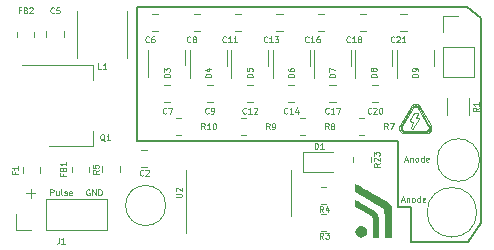
<source format=gto>
G04 #@! TF.GenerationSoftware,KiCad,Pcbnew,5.99.0-unknown-50e22de3ba~95~ubuntu20.04.1*
G04 #@! TF.CreationDate,2021-01-23T19:03:27+09:00*
G04 #@! TF.ProjectId,OpenRover-4,4f70656e-526f-4766-9572-2d342e6b6963,rev?*
G04 #@! TF.SameCoordinates,Original*
G04 #@! TF.FileFunction,Legend,Top*
G04 #@! TF.FilePolarity,Positive*
%FSLAX46Y46*%
G04 Gerber Fmt 4.6, Leading zero omitted, Abs format (unit mm)*
G04 Created by KiCad (PCBNEW 5.99.0-unknown-50e22de3ba~95~ubuntu20.04.1) date 2021-01-23 19:03:27*
%MOMM*%
%LPD*%
G01*
G04 APERTURE LIST*
%ADD10C,0.104000*%
%ADD11C,0.150000*%
%ADD12C,0.100000*%
%ADD13C,0.075000*%
%ADD14C,0.120000*%
G04 APERTURE END LIST*
D10*
X161211980Y-66683755D02*
X161212391Y-66687677D01*
X160662229Y-67935508D02*
X160662310Y-67932645D01*
X162151305Y-67937040D02*
X162151857Y-67920256D01*
X160046107Y-68256537D02*
X160056655Y-68257394D01*
X160842423Y-67390072D02*
X160629561Y-67390072D01*
X160875741Y-66660785D02*
X160876903Y-66658824D01*
X162365413Y-67998324D02*
X162360701Y-68026717D01*
X160790608Y-65949963D02*
X160803354Y-65943420D01*
X160926872Y-65903931D02*
X160941417Y-65901790D01*
X159636274Y-67998324D02*
X159633448Y-67969773D01*
X160662450Y-67941197D02*
X160662277Y-67938360D01*
X160677250Y-67977067D02*
X160675478Y-67974863D01*
X161323742Y-67111509D02*
X161325938Y-67115368D01*
X161322096Y-67181606D02*
X160778830Y-67972363D01*
X161386029Y-66120342D02*
X161386029Y-66120342D01*
X161043181Y-66028509D02*
X161032722Y-66027315D01*
X160708091Y-67997469D02*
X160706313Y-67996896D01*
X162186916Y-68117770D02*
X162198181Y-68099636D01*
X159692799Y-67718746D02*
X160615645Y-66120342D01*
X162368240Y-67969773D02*
X162365413Y-67998324D01*
X162108194Y-68346559D02*
X162095020Y-68352261D01*
X160876903Y-66658824D02*
X160878129Y-66656914D01*
X161077433Y-66129458D02*
X161069269Y-66127134D01*
X159763227Y-67981877D02*
X159766583Y-68002112D01*
X159989629Y-68377335D02*
X159961282Y-68370761D01*
X162045790Y-68234117D02*
X162064417Y-68225692D01*
X162241141Y-67941122D02*
X162240470Y-67920722D01*
X160874646Y-66662794D02*
X160875741Y-66660785D01*
X160729944Y-67999943D02*
X160726111Y-68000057D01*
X160885159Y-66648155D02*
X160886733Y-66646570D01*
X160566149Y-67318010D02*
X160566780Y-67314052D01*
X160629561Y-67390072D02*
X160629561Y-67390072D01*
X162308874Y-67718746D02*
X162323009Y-67745162D01*
X162062236Y-68117044D02*
X162074598Y-68105441D01*
X160004862Y-68249778D02*
X160015019Y-68251960D01*
X161152703Y-66628573D02*
X161156711Y-66628953D01*
X160565767Y-67321990D02*
X160566149Y-67318010D01*
X160048053Y-68384954D02*
X160018576Y-68382079D01*
X161986663Y-68251966D02*
X162006865Y-68247282D01*
X161198319Y-65943410D02*
X161223585Y-65956907D01*
X160110998Y-68180996D02*
X160110998Y-68180996D01*
X160744946Y-67997239D02*
X160741266Y-67998247D01*
X160917758Y-66629902D02*
X160919973Y-66629462D01*
X159919260Y-68216051D02*
X159928181Y-68221008D01*
X160697529Y-66016758D02*
X160708219Y-66007050D01*
X159885186Y-68050610D02*
X159889714Y-68058163D01*
X161027078Y-66119510D02*
X161018401Y-66118804D01*
X159814766Y-68117748D02*
X159820782Y-68126451D01*
X161185297Y-66084411D02*
X161176897Y-66078592D01*
X159803501Y-67782665D02*
X159793433Y-67801482D01*
X160873618Y-66664852D02*
X160873618Y-66664852D01*
X161138623Y-66157147D02*
X161131422Y-66152828D01*
X160050840Y-68174160D02*
X160059196Y-68175956D01*
X159880519Y-68340458D02*
X159855254Y-68326962D01*
X161322037Y-67181362D02*
X161322096Y-67181606D01*
X161212440Y-66226550D02*
X161207286Y-66219591D01*
X159708609Y-68188990D02*
X159692799Y-68163540D01*
X160598703Y-67382147D02*
X160595275Y-67380117D01*
X160566718Y-67337876D02*
X160566110Y-67333934D01*
X159869715Y-67821153D02*
X159863637Y-67837239D01*
X161975337Y-68167207D02*
X161991134Y-68161278D01*
X160582968Y-67369929D02*
X160580296Y-67366892D01*
X160679125Y-67979196D02*
X160677250Y-67977067D01*
X161226660Y-66248623D02*
X161222132Y-66241069D01*
X159927104Y-68105409D02*
X159933198Y-68111319D01*
X160704544Y-67996259D02*
X160702787Y-67995558D01*
X159975092Y-68241311D02*
X159984892Y-68244450D01*
X161293454Y-66007036D02*
X161314539Y-66026827D01*
X160565748Y-67329964D02*
X160565634Y-67325978D01*
X160663949Y-67921157D02*
X160664696Y-67918296D01*
X161238538Y-66132785D02*
X161231570Y-66125081D01*
X160915568Y-66630419D02*
X160917758Y-66629902D01*
X160681100Y-67981246D02*
X160679125Y-67979196D01*
X162308874Y-68163540D02*
X162301152Y-68176428D01*
D11*
X137414000Y-69000000D02*
X159529629Y-69000000D01*
D10*
X160755552Y-67992922D02*
X160752099Y-67994574D01*
X160737533Y-67999035D02*
X160733755Y-67999601D01*
X161124083Y-66148749D02*
X161116612Y-66144912D01*
X159632506Y-67941143D02*
X159633448Y-67912513D01*
X160077992Y-68258083D02*
X160077992Y-68258083D01*
X160639893Y-66082676D02*
X160648682Y-66070801D01*
X161331888Y-67131782D02*
X161332648Y-67136032D01*
X161018401Y-66118804D02*
X161009657Y-66118379D01*
X162021272Y-68146433D02*
X162035532Y-68137563D01*
X160667072Y-67960287D02*
X160666059Y-67957670D01*
X161060258Y-65901788D02*
X161089206Y-65906533D01*
X162040395Y-68370742D02*
X162026300Y-68374256D01*
X160808163Y-66090473D02*
X160792319Y-66103495D01*
X160591976Y-67377875D02*
X160588819Y-67375425D01*
X162240470Y-67920722D02*
X162238456Y-67900379D01*
X162198181Y-67782665D02*
X161275328Y-66184246D01*
X160077992Y-68385922D02*
X160077992Y-68385922D01*
X162143016Y-67853579D02*
X162138044Y-67837257D01*
X161165945Y-66176752D02*
X161159347Y-66171507D01*
X159894456Y-68065522D02*
X159899406Y-68072682D01*
X162081644Y-68357535D02*
X162068076Y-68362377D01*
X162174636Y-68134938D02*
X162186916Y-68117770D01*
X160697590Y-67993054D02*
X160694960Y-67991667D01*
X160025283Y-68253817D02*
X160035648Y-68255343D01*
X160701041Y-67994791D02*
X160699308Y-67993957D01*
X159803501Y-68099621D02*
X159803501Y-68099621D01*
X161201935Y-66212836D02*
X161196390Y-66206288D01*
X159893527Y-68199450D02*
X159901927Y-68205269D01*
X162284623Y-68201199D02*
X162275835Y-68213071D01*
X162235100Y-68002103D02*
X162238456Y-67981869D01*
X160880766Y-66653248D02*
X160882174Y-66651495D01*
D11*
X160620000Y-74630000D02*
X160620000Y-77570000D01*
D10*
X161925519Y-68178744D02*
X161942490Y-68175963D01*
X159771282Y-67860083D02*
X159766583Y-67880145D01*
X161206860Y-66718746D02*
X161206860Y-66718746D01*
X162247472Y-68246577D02*
X162237381Y-68257025D01*
X162170748Y-68311807D02*
X162158709Y-68319574D01*
X161945028Y-68257394D02*
X161966035Y-68255346D01*
X162238456Y-67900379D02*
X162235100Y-67880149D01*
X160615645Y-66120342D02*
X160615645Y-66120342D01*
X160567572Y-67341779D02*
X160566718Y-67337876D01*
X160816319Y-65937295D02*
X160829493Y-65931592D01*
X162097142Y-68079663D02*
X162107243Y-68065535D01*
X159906658Y-68352283D02*
X159880519Y-68340458D01*
X161314539Y-66026827D02*
X161334408Y-66048092D01*
X162226986Y-68267105D02*
X162216295Y-68276812D01*
X162095020Y-68352261D02*
X162081644Y-68357535D01*
X159885186Y-68050610D02*
X159885186Y-68050610D01*
X160670787Y-67967841D02*
X160669438Y-67965377D01*
X161890686Y-68180996D02*
X161908238Y-68180429D01*
X161179240Y-66636232D02*
X161182646Y-66638228D01*
X161113403Y-66045996D02*
X161103735Y-66042545D01*
X159965423Y-68237860D02*
X159975092Y-68241311D01*
X161145236Y-65921470D02*
X161172180Y-65931584D01*
X160949038Y-66123278D02*
X160932417Y-66127136D01*
X159933198Y-68111319D02*
X159939465Y-68117011D01*
X161231570Y-66125081D02*
X161224379Y-66117635D01*
X161168363Y-66631555D02*
X161172088Y-66632891D01*
X161052651Y-66123276D02*
X161044208Y-66121749D01*
X160776441Y-67975623D02*
X160773882Y-67978691D01*
X161322037Y-67181362D02*
X161322037Y-67181362D01*
X161258045Y-66157415D02*
X161251782Y-66148956D01*
X162198181Y-68099636D02*
X162208250Y-68080802D01*
X161251782Y-66148956D02*
X161245277Y-66140745D01*
X162147234Y-68166262D02*
X162161393Y-68151111D01*
X160664696Y-67918296D02*
X160665581Y-67915447D01*
X160885068Y-66144917D02*
X160870256Y-66152834D01*
X159633448Y-67969773D02*
X159632506Y-67941143D01*
X162182535Y-68303643D02*
X162170748Y-68311807D01*
X161093935Y-66039405D02*
X161084010Y-66036581D01*
X162198181Y-68099636D02*
X162198181Y-68099636D01*
X161328357Y-67169796D02*
X161326534Y-67173763D01*
X160726111Y-68000057D02*
X160726111Y-68000057D01*
X159849823Y-67920233D02*
X159850376Y-67937019D01*
X161122935Y-66049756D02*
X161113403Y-66045996D01*
X161131422Y-66152828D02*
X161124083Y-66148749D01*
X161997643Y-68379921D02*
X161983098Y-68382062D01*
X159854446Y-68166230D02*
X159861853Y-68173413D01*
X161333119Y-67140310D02*
X161333300Y-67144601D01*
X160625468Y-67389942D02*
X160621422Y-67389554D01*
X162224360Y-68042012D02*
X162230401Y-68022169D01*
X161302408Y-67090363D02*
X161306004Y-67092702D01*
X161938702Y-68385664D02*
X161923678Y-68385906D01*
X161109012Y-66141320D02*
X161101289Y-66137975D01*
X161000838Y-66025768D02*
X161000838Y-66025768D01*
X162124784Y-67805355D02*
X162116497Y-67789868D01*
X161145680Y-66161701D02*
X161138623Y-66157147D01*
X161000838Y-66025768D02*
X161000838Y-66025768D01*
X160010557Y-68161258D02*
X160018398Y-68164351D01*
X161148650Y-66628445D02*
X161152703Y-66628573D01*
X161959109Y-68172109D02*
X161975337Y-68167207D01*
X160870256Y-66152834D02*
X160855996Y-66161707D01*
X159678668Y-67745162D02*
X159692799Y-67718746D01*
X160665581Y-67915447D02*
X160665581Y-67915447D01*
X161269368Y-67081173D02*
X161269368Y-67081173D01*
X160733755Y-67999601D02*
X160729944Y-67999943D01*
X161159347Y-66171507D02*
X161152590Y-66166489D01*
X161325938Y-67115368D02*
X161327863Y-67119354D01*
X160580296Y-67366892D02*
X160577806Y-67363672D01*
X160093446Y-68180428D02*
X160102191Y-68180854D01*
X160897939Y-66042529D02*
X160878738Y-66049735D01*
X160917664Y-66036570D02*
X160897939Y-66042529D01*
X161324427Y-67177623D02*
X161322037Y-67181362D01*
X159636274Y-67883962D02*
X159640984Y-67855570D01*
X161000849Y-66118237D02*
X160983294Y-66118805D01*
X161201531Y-66096886D02*
X161193510Y-66090510D01*
X161278158Y-67081777D02*
X161282453Y-67082522D01*
X160856438Y-65921476D02*
X160870191Y-65917072D01*
X161194898Y-66648244D02*
X161197567Y-66651230D01*
X161247908Y-65972037D02*
X161271221Y-65988760D01*
X160595275Y-67380117D02*
X160591976Y-67377875D01*
X161184742Y-66193823D02*
X161178648Y-66187913D01*
X160685343Y-67985094D02*
X160683173Y-67983213D01*
X160901039Y-66636082D02*
X160903016Y-66635062D01*
X160663171Y-67946807D02*
X160662749Y-67944014D01*
X160737613Y-66166094D02*
X160726347Y-66184231D01*
X160056655Y-68257394D02*
X160067285Y-68257910D01*
X160034413Y-68169775D02*
X160042578Y-68172099D01*
X160664378Y-67952309D02*
X160663715Y-67949574D01*
X162132209Y-68180362D02*
X162147234Y-68166262D01*
X161330838Y-67127576D02*
X161331888Y-67131782D01*
X159761213Y-67961530D02*
X159763227Y-67981877D01*
X160905028Y-66634110D02*
X160907075Y-66633228D01*
X160878738Y-66049735D02*
X160860112Y-66058161D01*
X160715273Y-67999161D02*
X160713470Y-67998825D01*
X161009657Y-66118379D02*
X161000849Y-66118237D01*
X159850376Y-67903447D02*
X159849823Y-67920233D01*
X160931338Y-66628445D02*
X160931338Y-66628445D01*
X160913402Y-66631011D02*
X160915568Y-66630419D01*
X161312700Y-67098093D02*
X161315774Y-67101129D01*
X159933602Y-68362398D02*
X159906658Y-68352283D01*
X160042578Y-68172099D02*
X160050840Y-68174160D01*
X160777294Y-66117597D02*
X160763135Y-66132749D01*
X160683173Y-67983213D02*
X160681100Y-67981246D01*
X159640984Y-68026717D02*
X159636274Y-67998324D01*
X162293066Y-68188983D02*
X162284623Y-68201199D01*
X160711671Y-67998432D02*
X160709878Y-67997981D01*
X160924466Y-66628814D02*
X160926740Y-66628610D01*
X160617433Y-67388916D02*
X160613510Y-67388031D01*
X159666421Y-67772131D02*
X159678668Y-67745162D01*
X160648682Y-66070801D02*
X160657809Y-66059276D01*
X161206860Y-66718746D02*
X161042559Y-67081173D01*
X162238456Y-67981869D02*
X162240470Y-67961523D01*
X161275328Y-66184246D02*
X161269824Y-66175064D01*
X161202360Y-66657742D02*
X161204451Y-66661224D01*
X161190658Y-66199949D02*
X161184742Y-66193823D01*
X159904559Y-68079642D02*
X159909911Y-68086397D01*
X162345624Y-68082711D02*
X162335259Y-68110155D01*
X159877293Y-68186977D02*
X159885314Y-68193352D01*
X160748560Y-67996014D02*
X160744946Y-67997239D01*
X162116497Y-67789883D02*
X161641972Y-66967968D01*
X160726347Y-66184231D02*
X159803501Y-67782665D01*
X161641972Y-66967968D02*
X161641972Y-66967968D01*
X160102191Y-68180854D02*
X160110998Y-68180996D01*
X160577806Y-67363672D02*
X160575510Y-67360272D01*
X159656058Y-68082711D02*
X159647579Y-68054872D01*
X160919973Y-66629462D02*
X160922209Y-66629099D01*
X160677043Y-66037290D02*
X160687134Y-66026840D01*
X159987763Y-68150484D02*
X159995234Y-68154321D01*
X161209295Y-66672207D02*
X161210431Y-66676008D01*
X162230401Y-67860089D02*
X162224360Y-67840254D01*
X160741978Y-65980215D02*
X160753765Y-65972050D01*
X159959256Y-68132744D02*
X159966165Y-68137532D01*
X161286664Y-67083551D02*
X161290777Y-67084857D01*
X162301152Y-68176428D02*
X162293066Y-68188983D01*
X160922209Y-66629099D02*
X160924466Y-66628814D01*
X160966010Y-66120493D02*
X160949038Y-66123278D01*
X159889714Y-68058163D02*
X159894456Y-68065522D01*
X159633448Y-67912513D02*
X159636274Y-67883962D01*
X160566110Y-67333934D02*
X160565748Y-67329964D01*
X159946503Y-68230036D02*
X159955891Y-68234100D01*
X160805287Y-66206293D02*
X160794393Y-66219596D01*
X162068076Y-68362377D02*
X162054323Y-68366780D01*
X160749892Y-66148924D02*
X160737613Y-66166094D01*
X162086247Y-68092973D02*
X162097142Y-68079663D01*
X160662277Y-67938360D02*
X160662229Y-67935508D01*
X162026590Y-68241323D02*
X162045790Y-68234117D01*
X160687609Y-67986883D02*
X160685343Y-67985094D01*
X160765292Y-67986717D02*
X160762159Y-67988991D01*
X161178648Y-66187913D02*
X161172380Y-66182222D01*
X160059196Y-68175956D02*
X160067639Y-68177484D01*
X160687134Y-66026840D02*
X160697529Y-66016758D01*
D11*
X160620000Y-77570000D02*
X165471000Y-77580787D01*
D10*
X161309440Y-67095281D02*
X161312700Y-67098093D01*
X159939465Y-68117011D02*
X159945901Y-68122481D01*
X161923678Y-68385906D02*
X161923678Y-68385922D01*
X160662310Y-67932645D02*
X160662521Y-67929774D01*
X161275328Y-66184246D02*
X161275328Y-66184246D01*
X162158709Y-68319574D02*
X162146425Y-68326937D01*
X161042559Y-67081173D02*
X161042559Y-67081173D01*
X161333193Y-67148892D02*
X161332799Y-67153165D01*
X160689968Y-67988578D02*
X160687609Y-67986883D01*
X160002834Y-68157913D02*
X160010557Y-68161258D01*
X161386029Y-66120342D02*
X162308874Y-67718746D01*
X160916189Y-66132044D02*
X160900392Y-66137979D01*
X159640984Y-67855570D02*
X159647579Y-67827414D01*
X162335259Y-68110155D02*
X162323009Y-68137124D01*
X161176897Y-66078592D02*
X161168318Y-66073057D01*
X160667265Y-66048103D02*
X160677043Y-66037290D01*
X159763227Y-67900377D02*
X159761213Y-67920723D01*
X160794393Y-66219596D02*
X160784292Y-66233713D01*
X159858664Y-67986911D02*
X159863637Y-68003232D01*
X161000838Y-66025768D02*
X160979501Y-66026458D01*
X160895343Y-66639542D02*
X160897201Y-66638323D01*
X161116612Y-66144912D02*
X161109012Y-66141320D01*
D11*
X137414000Y-69000000D02*
X137414000Y-57658000D01*
D10*
X162131975Y-68019326D02*
X162138051Y-68003241D01*
X159869715Y-68019319D02*
X159876898Y-68035128D01*
X162308874Y-67718746D02*
X162308874Y-67718746D01*
X161156711Y-66628953D02*
X161160664Y-66629581D01*
X160842108Y-66067778D02*
X160824775Y-66078558D01*
X161332799Y-67153165D02*
X161332117Y-67157407D01*
X160890034Y-66643576D02*
X160891758Y-66642169D01*
X161172380Y-66182222D02*
X161165945Y-66176752D01*
X159995234Y-68154321D02*
X160002834Y-68157913D01*
X159647579Y-68054872D02*
X159640984Y-68026717D01*
X160873618Y-66664852D02*
X160874646Y-66662794D01*
X162054323Y-68366780D02*
X162040395Y-68370742D01*
X162266707Y-68224595D02*
X162257250Y-68235765D01*
X160588819Y-67375425D02*
X160585812Y-67372775D01*
X159744426Y-68235783D02*
X159725841Y-68213085D01*
X161182646Y-66638228D02*
X161185925Y-66640432D01*
X162208250Y-68080802D02*
X162216976Y-68061575D01*
X160926740Y-66628610D02*
X160929032Y-66628486D01*
X162133906Y-68333892D02*
X162121159Y-68340435D01*
X160907075Y-66633228D02*
X160909154Y-66632417D01*
X162161393Y-68151111D02*
X162174636Y-68134938D01*
X160573436Y-67356750D02*
X160571604Y-67353127D01*
X159980424Y-68146404D02*
X159987763Y-68150484D01*
X159855254Y-68326962D02*
X159830930Y-68311833D01*
X160571810Y-67298672D02*
X160571810Y-67298672D01*
X162074598Y-68105441D02*
X162086247Y-68092973D01*
X162099753Y-68205297D02*
X162116365Y-68193383D01*
X159876898Y-67805347D02*
X159869715Y-67821153D01*
X159692799Y-68163540D02*
X159678668Y-68137124D01*
X161069269Y-66127134D02*
X161061006Y-66125073D01*
X160778830Y-67972363D02*
X160776441Y-67975623D01*
X160888358Y-66645044D02*
X160890034Y-66643576D01*
X159807617Y-68295111D02*
X159785383Y-68276836D01*
X160771164Y-67981565D02*
X160768297Y-67984241D01*
X159760542Y-67941126D02*
X159761213Y-67961530D01*
X161942490Y-68175963D02*
X161959109Y-68172109D01*
X162121159Y-68340435D02*
X162108194Y-68346559D01*
X160956094Y-65900115D02*
X160970896Y-65898913D01*
X162116511Y-68050610D02*
X162116511Y-68050610D01*
X159899406Y-68072682D02*
X159904559Y-68079642D01*
X162235100Y-67880149D02*
X162230401Y-67860089D01*
X162082420Y-68216076D02*
X162099753Y-68205297D01*
X160615645Y-66120342D02*
X160623366Y-66107451D01*
X161030779Y-65898913D02*
X161060258Y-65901788D01*
X159869471Y-68180330D02*
X159877293Y-68186977D01*
X162216976Y-68061575D02*
X162224360Y-68042012D01*
X160741266Y-67998247D02*
X160737533Y-67999035D01*
X160575510Y-67360272D02*
X160573436Y-67356750D01*
X160631452Y-66094894D02*
X160639893Y-66082676D01*
X160699308Y-67993957D02*
X160697590Y-67993054D01*
X159678668Y-68137124D02*
X159666421Y-68110155D01*
X160775025Y-66248623D02*
X159885186Y-67789868D01*
X160775025Y-66248623D02*
X160775025Y-66248623D01*
X159793433Y-67801482D02*
X159784707Y-67820695D01*
X160941417Y-65901790D02*
X160956094Y-65900115D01*
X162369182Y-67941143D02*
X162368240Y-67969773D01*
X160035648Y-68255343D02*
X160046107Y-68256537D01*
X159885186Y-67789868D02*
X159876898Y-67805347D01*
X160697590Y-67993054D02*
X160697590Y-67993054D01*
X162240470Y-67961523D02*
X162241141Y-67941122D01*
D11*
X166597000Y-75992000D02*
X165471000Y-77580787D01*
D10*
X160613510Y-67388031D02*
X160609666Y-67386907D01*
X161282453Y-67082522D02*
X161286664Y-67083551D01*
X160077992Y-68385922D02*
X160048053Y-68384954D01*
X160860112Y-66058161D02*
X160842108Y-66067778D01*
X159854796Y-67970404D02*
X159858664Y-67986911D01*
X160763135Y-66132749D02*
X160749892Y-66148924D01*
X162335259Y-67772131D02*
X162345624Y-67799575D01*
X159784707Y-68061577D02*
X159793433Y-68080796D01*
X161103735Y-66042545D02*
X161093935Y-66039405D01*
X160568793Y-67306247D02*
X160570176Y-67302424D01*
X161923678Y-68385906D02*
X161923678Y-68385906D01*
X161923691Y-68258083D02*
X161923691Y-68258083D01*
X162230401Y-68022169D02*
X162235100Y-68002103D01*
X160662864Y-67926900D02*
X160663339Y-67924026D01*
X161063809Y-66031893D02*
X161053545Y-66030036D01*
X159921188Y-68099284D02*
X159927104Y-68105409D01*
X160571810Y-67298672D02*
X160873618Y-66664852D01*
X161325938Y-67115368D02*
X161325938Y-67115368D01*
X160792319Y-66103495D02*
X160777294Y-66117597D01*
X160717079Y-67999441D02*
X160715273Y-67999161D01*
X161329896Y-67165738D02*
X161328357Y-67169796D01*
X160565634Y-67325978D02*
X160565767Y-67321990D01*
X161212484Y-66695564D02*
X161212164Y-66699506D01*
X162208250Y-67801486D02*
X162198181Y-67782665D01*
X161641972Y-66967968D02*
X161226660Y-66248623D01*
X160730452Y-65988773D02*
X160741978Y-65980215D01*
X162151857Y-67920256D02*
X162151304Y-67903471D01*
X161212560Y-66691618D02*
X161212484Y-66695564D01*
X159764296Y-68257047D02*
X159744426Y-68235783D01*
X160900392Y-66137979D02*
X160885068Y-66144917D01*
X160929032Y-66628486D02*
X160931338Y-66628445D01*
X161000849Y-66118237D02*
X161000849Y-66118237D01*
X162354105Y-68054872D02*
X162345624Y-68082711D01*
X160663339Y-67924026D02*
X160663949Y-67921157D01*
X159984892Y-68244450D02*
X159994817Y-68247273D01*
X160084769Y-68179723D02*
X160093446Y-68180428D01*
X161212391Y-66687677D02*
X161212560Y-66691618D01*
X160623366Y-66107451D02*
X160631452Y-66094894D01*
X161159565Y-66067808D02*
X161150644Y-66062850D01*
X161148650Y-66628445D02*
X161148650Y-66628445D01*
X159692799Y-68163540D02*
X159692799Y-68163540D01*
X162107243Y-68065535D02*
X162116511Y-68050610D01*
X159937264Y-68225671D02*
X159946503Y-68230036D01*
X161923678Y-68385922D02*
X160077992Y-68385922D01*
X161223585Y-65956907D02*
X161247908Y-65972037D01*
X162224360Y-67840254D02*
X162216976Y-67820701D01*
X161273792Y-67081325D02*
X161278158Y-67081777D01*
X159761213Y-67920723D02*
X159760542Y-67941126D01*
X160752099Y-67994574D02*
X160748560Y-67996014D01*
X161168318Y-66073057D02*
X161159565Y-66067808D01*
X159858664Y-67853557D02*
X159854796Y-67870063D01*
X159833548Y-68143121D02*
X159840287Y-68151080D01*
X162360701Y-68026717D02*
X162354105Y-68054872D01*
X159863637Y-67837239D02*
X159858664Y-67853557D01*
X160692419Y-67990174D02*
X160689968Y-67988578D01*
X161208417Y-66714998D02*
X161206860Y-66718746D01*
X160897201Y-66638323D02*
X160899101Y-66637169D01*
X161315774Y-67101129D02*
X161318647Y-67104382D01*
X162205317Y-68286141D02*
X162194061Y-68295086D01*
X161306004Y-67092702D02*
X161309440Y-67095281D01*
X160784292Y-66233713D02*
X160775025Y-66248623D01*
X160870191Y-65917072D02*
X160884119Y-65913111D01*
X159850376Y-67937019D02*
X159852033Y-67953758D01*
X160585812Y-67372775D02*
X160582968Y-67369929D01*
X161326534Y-67173763D02*
X161324427Y-67177623D01*
X160672244Y-67970246D02*
X160670787Y-67967841D01*
X159803501Y-68099621D02*
X159809004Y-68108803D01*
X160018576Y-68382079D02*
X159989629Y-68377335D01*
X160878129Y-66656914D02*
X160879417Y-66655055D01*
X159725841Y-68213085D02*
X159708609Y-68188990D01*
X161245277Y-66140745D02*
X161238538Y-66132785D01*
X162124795Y-68035131D02*
X162131975Y-68019326D01*
X161298662Y-67088270D02*
X161302408Y-67090363D01*
X160663715Y-67949574D02*
X160663171Y-67946807D01*
X162194061Y-68295086D02*
X162182535Y-68303643D01*
X161332117Y-67157407D02*
X161331149Y-67161603D01*
X160911263Y-66631678D02*
X160913402Y-66631011D01*
X159784707Y-67820695D02*
X159777323Y-67840247D01*
X160883639Y-66649797D02*
X160885159Y-66648155D01*
X162146887Y-67970420D02*
X162149649Y-67953777D01*
X160753765Y-65972050D02*
X160765804Y-65964283D01*
X160762159Y-67988991D02*
X160758909Y-67991060D01*
X162049200Y-68127759D02*
X162062236Y-68117044D01*
X161217390Y-66233711D02*
X161212440Y-66226550D01*
X160706313Y-67996896D02*
X160704544Y-67996259D01*
X160985813Y-65898188D02*
X161000838Y-65897946D01*
X162216295Y-68276812D02*
X162205317Y-68286141D01*
X160719196Y-65997720D02*
X160730452Y-65988773D01*
X161209353Y-66103534D02*
X161201531Y-66096886D01*
X160067639Y-68177484D02*
X160076165Y-68178741D01*
X162360701Y-67855570D02*
X162365413Y-67883962D01*
X159793433Y-68080796D02*
X159803501Y-68099621D01*
X159656058Y-67799575D02*
X159666421Y-67772131D01*
X162146425Y-68326937D02*
X162133906Y-68333892D01*
X160718887Y-67999667D02*
X160717079Y-67999441D01*
X160657809Y-66059276D02*
X160667265Y-66048103D01*
X161983098Y-68382062D02*
X161968420Y-68383737D01*
X160720696Y-67999840D02*
X160718887Y-67999667D01*
X161318647Y-67104382D02*
X161321308Y-67107844D01*
X159830930Y-68311833D02*
X159807617Y-68295111D01*
D11*
X166604000Y-58658000D02*
X166597000Y-75992000D01*
D10*
X160629561Y-67390072D02*
X160625468Y-67389942D01*
X160912468Y-65906535D02*
X160926872Y-65903931D01*
X160893528Y-66640824D02*
X160895343Y-66639542D01*
X161269824Y-66175064D02*
X161264061Y-66166119D01*
X159885314Y-68193352D02*
X159893527Y-68199450D01*
X161968420Y-68383737D02*
X161953619Y-68384939D01*
X160665160Y-67955009D02*
X160664378Y-67952309D01*
D11*
X165354000Y-57658000D02*
X137414000Y-57658000D01*
D10*
X159966165Y-68137532D02*
X159973223Y-68142086D01*
X160018398Y-68164351D02*
X160026351Y-68167191D01*
X161000838Y-65897946D02*
X161030779Y-65898913D01*
X162026300Y-68374256D02*
X162012046Y-68377317D01*
X162237381Y-68257025D02*
X162226986Y-68267105D01*
X160958494Y-66028506D02*
X160937865Y-66031886D01*
X161164552Y-66630450D02*
X161168363Y-66631555D01*
D11*
X159560000Y-69000000D02*
X159560000Y-74630000D01*
D10*
X160765804Y-65964283D02*
X160778088Y-65956919D01*
X161132323Y-66053821D02*
X161122935Y-66049756D01*
X160882174Y-66651495D02*
X160883639Y-66649797D01*
X161352991Y-66070793D02*
X161370221Y-66094889D01*
X161209725Y-66711189D02*
X161208417Y-66714998D01*
X159777323Y-68042018D02*
X159784707Y-68061577D01*
X161192061Y-66645446D02*
X161194898Y-66648244D01*
X161327863Y-67119354D02*
X161329496Y-67123428D01*
X161141561Y-66058187D02*
X161132323Y-66053821D01*
X160909154Y-66632417D02*
X160911263Y-66631678D01*
X161117555Y-65913106D02*
X161145236Y-65921470D01*
X161290777Y-67084857D02*
X161294781Y-67086432D01*
X159945901Y-68122481D02*
X159952499Y-68127726D01*
X162006459Y-68154346D02*
X162021272Y-68146433D01*
X160970896Y-65898913D02*
X160985813Y-65898188D01*
X161152590Y-66166489D02*
X161145680Y-66161701D01*
X160803354Y-65943420D02*
X160816319Y-65937295D01*
X162116497Y-67789868D02*
X162116497Y-67789883D01*
X161044208Y-66121749D02*
X161035682Y-66120492D01*
X162365413Y-67883962D02*
X162368240Y-67912513D01*
X162323009Y-68137124D02*
X162308874Y-68163540D01*
X161185925Y-66640432D02*
X161189067Y-66642840D01*
X159766583Y-67880145D02*
X159763227Y-67900377D01*
X161204451Y-66661224D02*
X161206304Y-66664803D01*
X159766583Y-68002112D02*
X159771282Y-68022178D01*
X159876898Y-68035128D02*
X159885186Y-68050610D01*
X160067285Y-68257910D02*
X160077992Y-68258083D01*
X159928181Y-68221008D02*
X159937264Y-68225671D01*
X161160664Y-66629581D02*
X161164552Y-66630450D01*
X161053545Y-66030036D02*
X161043181Y-66028509D01*
X160903016Y-66635062D02*
X160905028Y-66634110D01*
X162138044Y-67837257D02*
X162131967Y-67821167D01*
X160979501Y-66026458D02*
X160958494Y-66028506D01*
X159803501Y-67782665D02*
X159803501Y-67782665D01*
X161042559Y-67081173D02*
X161269368Y-67081173D01*
X162149646Y-67886733D02*
X162146884Y-67870086D01*
X159777323Y-67840247D02*
X159771282Y-67860083D01*
X160609666Y-67386907D02*
X160605909Y-67385547D01*
X159909911Y-68086397D02*
X159915455Y-68092945D01*
X161333300Y-67144601D02*
X161333193Y-67148892D01*
X161207919Y-66668468D02*
X161209295Y-66672207D01*
X161334408Y-66048092D02*
X161352991Y-66070793D01*
X162006865Y-68247282D02*
X162026590Y-68241323D01*
X160773882Y-67978691D02*
X160771164Y-67981565D01*
X161035682Y-66120492D02*
X161027078Y-66119510D01*
X161084010Y-66036581D02*
X161073966Y-66034076D01*
X159771282Y-68022178D02*
X159777323Y-68042018D01*
X159885186Y-67789868D02*
X159885186Y-67789868D01*
X159861853Y-68173413D02*
X159869471Y-68180330D01*
X161085495Y-66132041D02*
X161077433Y-66129458D01*
X159952499Y-68127726D02*
X159959256Y-68132744D01*
X161206304Y-66664803D02*
X161207919Y-66668468D01*
X160758909Y-67991060D02*
X160755552Y-67992922D01*
X160668199Y-67962858D02*
X160667072Y-67960287D01*
X160937865Y-66031886D02*
X160917664Y-66036570D01*
X161226660Y-66248623D02*
X161226660Y-66248623D01*
X160842869Y-65926318D02*
X160856438Y-65921476D01*
X162345624Y-67799575D02*
X162354105Y-67827414D01*
X160675478Y-67974863D02*
X160673808Y-67972588D01*
X159840287Y-68151080D02*
X159847255Y-68158784D01*
X162116511Y-68050610D02*
X162124795Y-68035131D01*
X160666059Y-67957670D02*
X160665160Y-67955009D01*
X160898215Y-65909597D02*
X160912468Y-65906535D01*
X160566780Y-67314052D02*
X160567661Y-67310126D01*
X161211598Y-66703431D02*
X161210785Y-66707330D01*
X161269368Y-67081173D02*
X161273792Y-67081325D01*
X161202360Y-66657742D02*
X161202360Y-66657742D01*
X160076165Y-68178741D02*
X160084769Y-68179723D01*
X162198181Y-67782665D02*
X162198181Y-67782665D01*
X160829296Y-66182229D02*
X160816935Y-66193830D01*
X160015019Y-68251960D02*
X160025283Y-68253817D01*
X161101289Y-66137975D02*
X161093449Y-66134881D01*
X159820782Y-68126451D02*
X159827044Y-68134910D01*
X159854796Y-67870063D02*
X159852033Y-67886708D01*
X161150644Y-66062850D02*
X161141561Y-66058187D01*
X161200058Y-66654398D02*
X161202360Y-66657742D01*
X160879417Y-66655055D02*
X160880766Y-66653248D01*
X160571604Y-67353127D02*
X160570016Y-67349417D01*
X160669438Y-67965377D02*
X160668199Y-67962858D01*
X161332648Y-67136032D02*
X161333119Y-67140310D01*
X160694960Y-67991667D02*
X160692419Y-67990174D01*
X161089206Y-65906533D02*
X161117555Y-65913106D01*
X160702787Y-67995558D02*
X160701041Y-67994791D01*
X161207286Y-66219591D02*
X161201935Y-66212836D01*
X160778088Y-65956919D02*
X160790608Y-65949963D01*
X161222132Y-66241069D02*
X161217390Y-66233711D01*
X160724309Y-68000034D02*
X160722503Y-67999962D01*
X162275835Y-68213071D02*
X162266707Y-68224595D01*
X160768297Y-67984241D02*
X160765292Y-67986717D01*
X162116497Y-67789868D02*
X162116497Y-67789868D01*
X159666421Y-68110155D02*
X159656058Y-68082711D01*
X159809004Y-68108803D02*
X159814766Y-68117748D01*
X161271221Y-65988760D02*
X161293454Y-66007036D01*
X161224379Y-66117635D02*
X161216971Y-66110452D01*
X161197567Y-66651230D02*
X161200058Y-66654398D01*
X159785383Y-68276836D02*
X159764296Y-68257047D01*
X162323009Y-67745162D02*
X162335259Y-67772131D01*
X162257250Y-68235765D02*
X162247472Y-68246577D01*
X160110998Y-68180996D02*
X161890686Y-68180996D01*
X160816935Y-66193830D02*
X160805287Y-66206293D01*
X161196390Y-66206288D02*
X161190658Y-66199949D01*
X160077992Y-68258083D02*
X161923691Y-68258083D01*
X160709878Y-67997981D02*
X160708091Y-67997469D01*
X160886733Y-66646570D02*
X160888358Y-66645044D01*
X161211326Y-66679862D02*
X161211980Y-66683755D01*
X159910506Y-68210804D02*
X159919260Y-68216051D01*
X160673808Y-67972588D02*
X160672244Y-67970246D01*
X160621422Y-67389554D02*
X160617433Y-67388916D01*
X159852033Y-67953758D02*
X159854796Y-67970404D01*
X162308874Y-68163540D02*
X162308874Y-68163540D01*
D11*
X159560000Y-74630000D02*
X160620000Y-74630000D01*
D10*
X159852033Y-67886708D02*
X159850376Y-67903447D01*
X161000838Y-65897946D02*
X161000838Y-65897946D01*
X160932417Y-66127136D02*
X160916189Y-66132044D01*
X162216976Y-67820701D02*
X162208250Y-67801486D01*
X162064417Y-68225692D02*
X162082420Y-68216076D01*
X160824775Y-66078558D02*
X160808163Y-66090473D01*
X161061006Y-66125073D02*
X161052651Y-66123276D01*
X160931338Y-66628445D02*
X161148650Y-66628445D01*
X162012046Y-68377317D02*
X161997643Y-68379921D01*
X160575510Y-67360272D02*
X160575510Y-67360272D01*
X162035532Y-68137563D02*
X162049200Y-68127759D01*
X160884119Y-65913111D02*
X160898215Y-65909597D01*
X160026351Y-68167191D02*
X160034413Y-68169775D01*
X160570016Y-67349417D02*
X160568672Y-67345630D01*
X160726347Y-66184231D02*
X160726347Y-66184231D01*
X160602252Y-67383959D02*
X160598703Y-67382147D01*
X161890686Y-68180996D02*
X161890686Y-68180996D01*
X161321308Y-67107844D02*
X161323742Y-67111509D01*
X160778830Y-67972363D02*
X160778830Y-67972363D01*
X161370221Y-66094889D02*
X161386029Y-66120342D01*
X162143021Y-67986924D02*
X162146887Y-67970420D01*
X159901927Y-68205269D02*
X159910506Y-68210804D01*
X160570176Y-67302424D02*
X160571810Y-67298672D01*
X160722503Y-67999962D02*
X160720696Y-67999840D01*
X162151304Y-67903471D02*
X162149646Y-67886733D01*
X161331149Y-67161603D02*
X161329896Y-67165738D01*
X161212164Y-66699506D02*
X161211598Y-66703431D01*
X161294781Y-67086432D02*
X161298662Y-67088270D01*
X160983294Y-66118805D02*
X160966010Y-66120493D01*
X160842423Y-67390072D02*
X160842423Y-67390072D01*
X161172180Y-65931584D02*
X161198319Y-65943410D01*
X159647579Y-67827414D02*
X159656058Y-67799575D01*
X161175717Y-66634452D02*
X161179240Y-66636232D01*
X161264061Y-66166119D02*
X161258045Y-66157415D01*
X160567661Y-67310126D02*
X160568793Y-67306247D01*
X162138051Y-68003241D02*
X162143021Y-67986924D01*
X160665581Y-67915447D02*
X160842423Y-67390072D01*
X161966035Y-68255346D02*
X161986663Y-68251966D01*
X159955891Y-68234100D02*
X159965423Y-68237860D01*
X160829493Y-65931592D02*
X160842869Y-65926318D01*
X160726111Y-68000057D02*
X160724309Y-68000034D01*
X161073966Y-66034076D02*
X161063809Y-66031893D01*
X159915455Y-68092945D02*
X159921188Y-68099284D01*
X161193510Y-66090510D02*
X161185297Y-66084411D01*
X162354105Y-67827414D02*
X162360701Y-67855570D01*
X162146884Y-67870086D02*
X162143016Y-67853579D01*
X161172088Y-66632891D02*
X161175717Y-66634452D01*
X162131967Y-67821167D02*
X162124784Y-67805355D01*
X160899101Y-66637169D02*
X160901039Y-66636082D01*
X159994817Y-68247273D02*
X160004862Y-68249778D01*
X159973223Y-68142086D02*
X159980424Y-68146404D01*
X160605909Y-67385547D02*
X160602252Y-67383959D01*
X161189067Y-66642840D02*
X161192061Y-66645446D01*
X159827044Y-68134910D02*
X159833548Y-68143121D01*
X159692799Y-67718746D02*
X159692799Y-67718746D01*
X161216971Y-66110452D02*
X161209353Y-66103534D01*
X160891758Y-66642169D02*
X160893528Y-66640824D01*
X160842330Y-66171514D02*
X160829296Y-66182229D01*
X160662749Y-67944014D02*
X160662450Y-67941197D01*
X159961282Y-68370761D02*
X159933602Y-68362398D01*
X161210785Y-66707330D02*
X161209725Y-66711189D01*
X161991134Y-68161278D02*
X162006459Y-68154346D01*
X160855996Y-66161707D02*
X160842330Y-66171514D01*
X159847255Y-68158784D02*
X159854446Y-68166230D01*
X161011544Y-66025941D02*
X161000838Y-66025768D01*
X161908238Y-68180429D02*
X161925519Y-68178744D01*
D11*
X165354000Y-57658000D02*
X166604000Y-58658000D01*
D10*
X162149649Y-67953777D02*
X162151305Y-67937040D01*
X161210431Y-66676008D02*
X161211326Y-66679862D01*
X161329496Y-67123428D02*
X161330838Y-67127576D01*
X160708219Y-66007050D02*
X160719196Y-65997720D01*
X160713470Y-67998825D02*
X160711671Y-67998432D01*
X161032722Y-66027315D02*
X161022174Y-66026458D01*
X161093449Y-66134881D02*
X161085495Y-66132041D01*
X159863637Y-68003232D02*
X159869715Y-68019319D01*
X162116365Y-68193383D02*
X162132209Y-68180362D01*
X160568672Y-67345630D02*
X160567572Y-67341779D01*
X161022174Y-66026458D02*
X161011544Y-66025941D01*
X160662521Y-67929774D02*
X160662864Y-67926900D01*
X162368240Y-67912513D02*
X162369182Y-67941143D01*
X161923691Y-68258083D02*
X161945028Y-68257394D01*
X161953619Y-68384939D02*
X161938702Y-68385664D01*
D12*
X128079047Y-73471428D02*
X128840952Y-73471428D01*
X128460000Y-73852380D02*
X128460000Y-73090476D01*
X130095238Y-73626190D02*
X130095238Y-73126190D01*
X130285714Y-73126190D01*
X130333333Y-73150000D01*
X130357142Y-73173809D01*
X130380952Y-73221428D01*
X130380952Y-73292857D01*
X130357142Y-73340476D01*
X130333333Y-73364285D01*
X130285714Y-73388095D01*
X130095238Y-73388095D01*
X130809523Y-73292857D02*
X130809523Y-73626190D01*
X130595238Y-73292857D02*
X130595238Y-73554761D01*
X130619047Y-73602380D01*
X130666666Y-73626190D01*
X130738095Y-73626190D01*
X130785714Y-73602380D01*
X130809523Y-73578571D01*
X131119047Y-73626190D02*
X131071428Y-73602380D01*
X131047619Y-73554761D01*
X131047619Y-73126190D01*
X131285714Y-73602380D02*
X131333333Y-73626190D01*
X131428571Y-73626190D01*
X131476190Y-73602380D01*
X131500000Y-73554761D01*
X131500000Y-73530952D01*
X131476190Y-73483333D01*
X131428571Y-73459523D01*
X131357142Y-73459523D01*
X131309523Y-73435714D01*
X131285714Y-73388095D01*
X131285714Y-73364285D01*
X131309523Y-73316666D01*
X131357142Y-73292857D01*
X131428571Y-73292857D01*
X131476190Y-73316666D01*
X131904761Y-73602380D02*
X131857142Y-73626190D01*
X131761904Y-73626190D01*
X131714285Y-73602380D01*
X131690476Y-73554761D01*
X131690476Y-73364285D01*
X131714285Y-73316666D01*
X131761904Y-73292857D01*
X131857142Y-73292857D01*
X131904761Y-73316666D01*
X131928571Y-73364285D01*
X131928571Y-73411904D01*
X131690476Y-73459523D01*
X133413047Y-73150000D02*
X133365428Y-73126190D01*
X133294000Y-73126190D01*
X133222571Y-73150000D01*
X133174952Y-73197619D01*
X133151142Y-73245238D01*
X133127333Y-73340476D01*
X133127333Y-73411904D01*
X133151142Y-73507142D01*
X133174952Y-73554761D01*
X133222571Y-73602380D01*
X133294000Y-73626190D01*
X133341619Y-73626190D01*
X133413047Y-73602380D01*
X133436857Y-73578571D01*
X133436857Y-73411904D01*
X133341619Y-73411904D01*
X133651142Y-73626190D02*
X133651142Y-73126190D01*
X133936857Y-73626190D01*
X133936857Y-73126190D01*
X134174952Y-73626190D02*
X134174952Y-73126190D01*
X134294000Y-73126190D01*
X134365428Y-73150000D01*
X134413047Y-73197619D01*
X134436857Y-73245238D01*
X134460666Y-73340476D01*
X134460666Y-73411904D01*
X134436857Y-73507142D01*
X134413047Y-73554761D01*
X134365428Y-73602380D01*
X134294000Y-73626190D01*
X134174952Y-73626190D01*
D13*
X127114285Y-71691666D02*
X127114285Y-71858333D01*
X127376190Y-71858333D02*
X126876190Y-71858333D01*
X126876190Y-71620238D01*
X127376190Y-71167857D02*
X127376190Y-71453571D01*
X127376190Y-71310714D02*
X126876190Y-71310714D01*
X126947619Y-71358333D01*
X126995238Y-71405952D01*
X127019047Y-71453571D01*
X144966571Y-60630571D02*
X144942761Y-60654380D01*
X144871333Y-60678190D01*
X144823714Y-60678190D01*
X144752285Y-60654380D01*
X144704666Y-60606761D01*
X144680857Y-60559142D01*
X144657047Y-60463904D01*
X144657047Y-60392476D01*
X144680857Y-60297238D01*
X144704666Y-60249619D01*
X144752285Y-60202000D01*
X144823714Y-60178190D01*
X144871333Y-60178190D01*
X144942761Y-60202000D01*
X144966571Y-60225809D01*
X145442761Y-60678190D02*
X145157047Y-60678190D01*
X145299904Y-60678190D02*
X145299904Y-60178190D01*
X145252285Y-60249619D01*
X145204666Y-60297238D01*
X145157047Y-60321047D01*
X145918952Y-60678190D02*
X145633238Y-60678190D01*
X145776095Y-60678190D02*
X145776095Y-60178190D01*
X145728476Y-60249619D01*
X145680857Y-60297238D01*
X145633238Y-60321047D01*
X157726190Y-63619047D02*
X157226190Y-63619047D01*
X157226190Y-63500000D01*
X157250000Y-63428571D01*
X157297619Y-63380952D01*
X157345238Y-63357142D01*
X157440476Y-63333333D01*
X157511904Y-63333333D01*
X157607142Y-63357142D01*
X157654761Y-63380952D01*
X157702380Y-63428571D01*
X157726190Y-63500000D01*
X157726190Y-63619047D01*
X157440476Y-63047619D02*
X157416666Y-63095238D01*
X157392857Y-63119047D01*
X157345238Y-63142857D01*
X157321428Y-63142857D01*
X157273809Y-63119047D01*
X157250000Y-63095238D01*
X157226190Y-63047619D01*
X157226190Y-62952380D01*
X157250000Y-62904761D01*
X157273809Y-62880952D01*
X157321428Y-62857142D01*
X157345238Y-62857142D01*
X157392857Y-62880952D01*
X157416666Y-62904761D01*
X157440476Y-62952380D01*
X157440476Y-63047619D01*
X157464285Y-63095238D01*
X157488095Y-63119047D01*
X157535714Y-63142857D01*
X157630952Y-63142857D01*
X157678571Y-63119047D01*
X157702380Y-63095238D01*
X157726190Y-63047619D01*
X157726190Y-62952380D01*
X157702380Y-62904761D01*
X157678571Y-62880952D01*
X157630952Y-62857142D01*
X157535714Y-62857142D01*
X157488095Y-62880952D01*
X157464285Y-62904761D01*
X157440476Y-62952380D01*
X159828095Y-74063333D02*
X160066190Y-74063333D01*
X159780476Y-74206190D02*
X159947142Y-73706190D01*
X160113809Y-74206190D01*
X160280476Y-73872857D02*
X160280476Y-74206190D01*
X160280476Y-73920476D02*
X160304285Y-73896666D01*
X160351904Y-73872857D01*
X160423333Y-73872857D01*
X160470952Y-73896666D01*
X160494761Y-73944285D01*
X160494761Y-74206190D01*
X160804285Y-74206190D02*
X160756666Y-74182380D01*
X160732857Y-74158571D01*
X160709047Y-74110952D01*
X160709047Y-73968095D01*
X160732857Y-73920476D01*
X160756666Y-73896666D01*
X160804285Y-73872857D01*
X160875714Y-73872857D01*
X160923333Y-73896666D01*
X160947142Y-73920476D01*
X160970952Y-73968095D01*
X160970952Y-74110952D01*
X160947142Y-74158571D01*
X160923333Y-74182380D01*
X160875714Y-74206190D01*
X160804285Y-74206190D01*
X161399523Y-74206190D02*
X161399523Y-73706190D01*
X161399523Y-74182380D02*
X161351904Y-74206190D01*
X161256666Y-74206190D01*
X161209047Y-74182380D01*
X161185238Y-74158571D01*
X161161428Y-74110952D01*
X161161428Y-73968095D01*
X161185238Y-73920476D01*
X161209047Y-73896666D01*
X161256666Y-73872857D01*
X161351904Y-73872857D01*
X161399523Y-73896666D01*
X161828095Y-74182380D02*
X161780476Y-74206190D01*
X161685238Y-74206190D01*
X161637619Y-74182380D01*
X161613809Y-74134761D01*
X161613809Y-73944285D01*
X161637619Y-73896666D01*
X161685238Y-73872857D01*
X161780476Y-73872857D01*
X161828095Y-73896666D01*
X161851904Y-73944285D01*
X161851904Y-73991904D01*
X161613809Y-74039523D01*
X160128095Y-70643333D02*
X160366190Y-70643333D01*
X160080476Y-70786190D02*
X160247142Y-70286190D01*
X160413809Y-70786190D01*
X160580476Y-70452857D02*
X160580476Y-70786190D01*
X160580476Y-70500476D02*
X160604285Y-70476666D01*
X160651904Y-70452857D01*
X160723333Y-70452857D01*
X160770952Y-70476666D01*
X160794761Y-70524285D01*
X160794761Y-70786190D01*
X161104285Y-70786190D02*
X161056666Y-70762380D01*
X161032857Y-70738571D01*
X161009047Y-70690952D01*
X161009047Y-70548095D01*
X161032857Y-70500476D01*
X161056666Y-70476666D01*
X161104285Y-70452857D01*
X161175714Y-70452857D01*
X161223333Y-70476666D01*
X161247142Y-70500476D01*
X161270952Y-70548095D01*
X161270952Y-70690952D01*
X161247142Y-70738571D01*
X161223333Y-70762380D01*
X161175714Y-70786190D01*
X161104285Y-70786190D01*
X161699523Y-70786190D02*
X161699523Y-70286190D01*
X161699523Y-70762380D02*
X161651904Y-70786190D01*
X161556666Y-70786190D01*
X161509047Y-70762380D01*
X161485238Y-70738571D01*
X161461428Y-70690952D01*
X161461428Y-70548095D01*
X161485238Y-70500476D01*
X161509047Y-70476666D01*
X161556666Y-70452857D01*
X161651904Y-70452857D01*
X161699523Y-70476666D01*
X162128095Y-70762380D02*
X162080476Y-70786190D01*
X161985238Y-70786190D01*
X161937619Y-70762380D01*
X161913809Y-70714761D01*
X161913809Y-70524285D01*
X161937619Y-70476666D01*
X161985238Y-70452857D01*
X162080476Y-70452857D01*
X162128095Y-70476666D01*
X162151904Y-70524285D01*
X162151904Y-70571904D01*
X161913809Y-70619523D01*
X143726190Y-63619047D02*
X143226190Y-63619047D01*
X143226190Y-63500000D01*
X143250000Y-63428571D01*
X143297619Y-63380952D01*
X143345238Y-63357142D01*
X143440476Y-63333333D01*
X143511904Y-63333333D01*
X143607142Y-63357142D01*
X143654761Y-63380952D01*
X143702380Y-63428571D01*
X143726190Y-63500000D01*
X143726190Y-63619047D01*
X143392857Y-62904761D02*
X143726190Y-62904761D01*
X143202380Y-63023809D02*
X143559523Y-63142857D01*
X143559523Y-62833333D01*
X151966571Y-60630571D02*
X151942761Y-60654380D01*
X151871333Y-60678190D01*
X151823714Y-60678190D01*
X151752285Y-60654380D01*
X151704666Y-60606761D01*
X151680857Y-60559142D01*
X151657047Y-60463904D01*
X151657047Y-60392476D01*
X151680857Y-60297238D01*
X151704666Y-60249619D01*
X151752285Y-60202000D01*
X151823714Y-60178190D01*
X151871333Y-60178190D01*
X151942761Y-60202000D01*
X151966571Y-60225809D01*
X152442761Y-60678190D02*
X152157047Y-60678190D01*
X152299904Y-60678190D02*
X152299904Y-60178190D01*
X152252285Y-60249619D01*
X152204666Y-60297238D01*
X152157047Y-60321047D01*
X152871333Y-60178190D02*
X152776095Y-60178190D01*
X152728476Y-60202000D01*
X152704666Y-60225809D01*
X152657047Y-60297238D01*
X152633238Y-60392476D01*
X152633238Y-60582952D01*
X152657047Y-60630571D01*
X152680857Y-60654380D01*
X152728476Y-60678190D01*
X152823714Y-60678190D01*
X152871333Y-60654380D01*
X152895142Y-60630571D01*
X152918952Y-60582952D01*
X152918952Y-60463904D01*
X152895142Y-60416285D01*
X152871333Y-60392476D01*
X152823714Y-60368666D01*
X152728476Y-60368666D01*
X152680857Y-60392476D01*
X152657047Y-60416285D01*
X152633238Y-60463904D01*
X140226190Y-63619047D02*
X139726190Y-63619047D01*
X139726190Y-63500000D01*
X139750000Y-63428571D01*
X139797619Y-63380952D01*
X139845238Y-63357142D01*
X139940476Y-63333333D01*
X140011904Y-63333333D01*
X140107142Y-63357142D01*
X140154761Y-63380952D01*
X140202380Y-63428571D01*
X140226190Y-63500000D01*
X140226190Y-63619047D01*
X139726190Y-63166666D02*
X139726190Y-62857142D01*
X139916666Y-63023809D01*
X139916666Y-62952380D01*
X139940476Y-62904761D01*
X139964285Y-62880952D01*
X140011904Y-62857142D01*
X140130952Y-62857142D01*
X140178571Y-62880952D01*
X140202380Y-62904761D01*
X140226190Y-62952380D01*
X140226190Y-63095238D01*
X140202380Y-63142857D01*
X140178571Y-63166666D01*
X137966666Y-71928571D02*
X137942857Y-71952380D01*
X137871428Y-71976190D01*
X137823809Y-71976190D01*
X137752380Y-71952380D01*
X137704761Y-71904761D01*
X137680952Y-71857142D01*
X137657142Y-71761904D01*
X137657142Y-71690476D01*
X137680952Y-71595238D01*
X137704761Y-71547619D01*
X137752380Y-71500000D01*
X137823809Y-71476190D01*
X137871428Y-71476190D01*
X137942857Y-71500000D01*
X137966666Y-71523809D01*
X138157142Y-71523809D02*
X138180952Y-71500000D01*
X138228571Y-71476190D01*
X138347619Y-71476190D01*
X138395238Y-71500000D01*
X138419047Y-71523809D01*
X138442857Y-71571428D01*
X138442857Y-71619047D01*
X138419047Y-71690476D01*
X138133333Y-71976190D01*
X138442857Y-71976190D01*
X153666666Y-68044190D02*
X153500000Y-67806095D01*
X153380952Y-68044190D02*
X153380952Y-67544190D01*
X153571428Y-67544190D01*
X153619047Y-67568000D01*
X153642857Y-67591809D01*
X153666666Y-67639428D01*
X153666666Y-67710857D01*
X153642857Y-67758476D01*
X153619047Y-67782285D01*
X153571428Y-67806095D01*
X153380952Y-67806095D01*
X153952380Y-67758476D02*
X153904761Y-67734666D01*
X153880952Y-67710857D01*
X153857142Y-67663238D01*
X153857142Y-67639428D01*
X153880952Y-67591809D01*
X153904761Y-67568000D01*
X153952380Y-67544190D01*
X154047619Y-67544190D01*
X154095238Y-67568000D01*
X154119047Y-67591809D01*
X154142857Y-67639428D01*
X154142857Y-67663238D01*
X154119047Y-67710857D01*
X154095238Y-67734666D01*
X154047619Y-67758476D01*
X153952380Y-67758476D01*
X153904761Y-67782285D01*
X153880952Y-67806095D01*
X153857142Y-67853714D01*
X153857142Y-67948952D01*
X153880952Y-67996571D01*
X153904761Y-68020380D01*
X153952380Y-68044190D01*
X154047619Y-68044190D01*
X154095238Y-68020380D01*
X154119047Y-67996571D01*
X154142857Y-67948952D01*
X154142857Y-67853714D01*
X154119047Y-67806095D01*
X154095238Y-67782285D01*
X154047619Y-67758476D01*
X148466571Y-60630571D02*
X148442761Y-60654380D01*
X148371333Y-60678190D01*
X148323714Y-60678190D01*
X148252285Y-60654380D01*
X148204666Y-60606761D01*
X148180857Y-60559142D01*
X148157047Y-60463904D01*
X148157047Y-60392476D01*
X148180857Y-60297238D01*
X148204666Y-60249619D01*
X148252285Y-60202000D01*
X148323714Y-60178190D01*
X148371333Y-60178190D01*
X148442761Y-60202000D01*
X148466571Y-60225809D01*
X148942761Y-60678190D02*
X148657047Y-60678190D01*
X148799904Y-60678190D02*
X148799904Y-60178190D01*
X148752285Y-60249619D01*
X148704666Y-60297238D01*
X148657047Y-60321047D01*
X149109428Y-60178190D02*
X149418952Y-60178190D01*
X149252285Y-60368666D01*
X149323714Y-60368666D01*
X149371333Y-60392476D01*
X149395142Y-60416285D01*
X149418952Y-60463904D01*
X149418952Y-60582952D01*
X149395142Y-60630571D01*
X149371333Y-60654380D01*
X149323714Y-60678190D01*
X149180857Y-60678190D01*
X149133238Y-60654380D01*
X149109428Y-60630571D01*
X158666666Y-68044190D02*
X158500000Y-67806095D01*
X158380952Y-68044190D02*
X158380952Y-67544190D01*
X158571428Y-67544190D01*
X158619047Y-67568000D01*
X158642857Y-67591809D01*
X158666666Y-67639428D01*
X158666666Y-67710857D01*
X158642857Y-67758476D01*
X158619047Y-67782285D01*
X158571428Y-67806095D01*
X158380952Y-67806095D01*
X158833333Y-67544190D02*
X159166666Y-67544190D01*
X158952380Y-68044190D01*
X150726190Y-63619047D02*
X150226190Y-63619047D01*
X150226190Y-63500000D01*
X150250000Y-63428571D01*
X150297619Y-63380952D01*
X150345238Y-63357142D01*
X150440476Y-63333333D01*
X150511904Y-63333333D01*
X150607142Y-63357142D01*
X150654761Y-63380952D01*
X150702380Y-63428571D01*
X150726190Y-63500000D01*
X150726190Y-63619047D01*
X150226190Y-62904761D02*
X150226190Y-63000000D01*
X150250000Y-63047619D01*
X150273809Y-63071428D01*
X150345238Y-63119047D01*
X150440476Y-63142857D01*
X150630952Y-63142857D01*
X150678571Y-63119047D01*
X150702380Y-63095238D01*
X150726190Y-63047619D01*
X150726190Y-62952380D01*
X150702380Y-62904761D01*
X150678571Y-62880952D01*
X150630952Y-62857142D01*
X150511904Y-62857142D01*
X150464285Y-62880952D01*
X150440476Y-62904761D01*
X150416666Y-62952380D01*
X150416666Y-63047619D01*
X150440476Y-63095238D01*
X150464285Y-63119047D01*
X150511904Y-63142857D01*
X152480952Y-69701190D02*
X152480952Y-69201190D01*
X152600000Y-69201190D01*
X152671428Y-69225000D01*
X152719047Y-69272619D01*
X152742857Y-69320238D01*
X152766666Y-69415476D01*
X152766666Y-69486904D01*
X152742857Y-69582142D01*
X152719047Y-69629761D01*
X152671428Y-69677380D01*
X152600000Y-69701190D01*
X152480952Y-69701190D01*
X153242857Y-69701190D02*
X152957142Y-69701190D01*
X153100000Y-69701190D02*
X153100000Y-69201190D01*
X153052380Y-69272619D01*
X153004761Y-69320238D01*
X152957142Y-69344047D01*
X134201190Y-71508333D02*
X133963095Y-71675000D01*
X134201190Y-71794047D02*
X133701190Y-71794047D01*
X133701190Y-71603571D01*
X133725000Y-71555952D01*
X133748809Y-71532142D01*
X133796428Y-71508333D01*
X133867857Y-71508333D01*
X133915476Y-71532142D01*
X133939285Y-71555952D01*
X133963095Y-71603571D01*
X133963095Y-71794047D01*
X133701190Y-71055952D02*
X133701190Y-71294047D01*
X133939285Y-71317857D01*
X133915476Y-71294047D01*
X133891666Y-71246428D01*
X133891666Y-71127380D01*
X133915476Y-71079761D01*
X133939285Y-71055952D01*
X133986904Y-71032142D01*
X134105952Y-71032142D01*
X134153571Y-71055952D01*
X134177380Y-71079761D01*
X134201190Y-71127380D01*
X134201190Y-71246428D01*
X134177380Y-71294047D01*
X134153571Y-71317857D01*
X154226190Y-63619047D02*
X153726190Y-63619047D01*
X153726190Y-63500000D01*
X153750000Y-63428571D01*
X153797619Y-63380952D01*
X153845238Y-63357142D01*
X153940476Y-63333333D01*
X154011904Y-63333333D01*
X154107142Y-63357142D01*
X154154761Y-63380952D01*
X154202380Y-63428571D01*
X154226190Y-63500000D01*
X154226190Y-63619047D01*
X153726190Y-63166666D02*
X153726190Y-62833333D01*
X154226190Y-63047619D01*
X130416666Y-58178571D02*
X130392857Y-58202380D01*
X130321428Y-58226190D01*
X130273809Y-58226190D01*
X130202380Y-58202380D01*
X130154761Y-58154761D01*
X130130952Y-58107142D01*
X130107142Y-58011904D01*
X130107142Y-57940476D01*
X130130952Y-57845238D01*
X130154761Y-57797619D01*
X130202380Y-57750000D01*
X130273809Y-57726190D01*
X130321428Y-57726190D01*
X130392857Y-57750000D01*
X130416666Y-57773809D01*
X130869047Y-57726190D02*
X130630952Y-57726190D01*
X130607142Y-57964285D01*
X130630952Y-57940476D01*
X130678571Y-57916666D01*
X130797619Y-57916666D01*
X130845238Y-57940476D01*
X130869047Y-57964285D01*
X130892857Y-58011904D01*
X130892857Y-58130952D01*
X130869047Y-58178571D01*
X130845238Y-58202380D01*
X130797619Y-58226190D01*
X130678571Y-58226190D01*
X130630952Y-58202380D01*
X130607142Y-58178571D01*
X153678571Y-66678571D02*
X153654761Y-66702380D01*
X153583333Y-66726190D01*
X153535714Y-66726190D01*
X153464285Y-66702380D01*
X153416666Y-66654761D01*
X153392857Y-66607142D01*
X153369047Y-66511904D01*
X153369047Y-66440476D01*
X153392857Y-66345238D01*
X153416666Y-66297619D01*
X153464285Y-66250000D01*
X153535714Y-66226190D01*
X153583333Y-66226190D01*
X153654761Y-66250000D01*
X153678571Y-66273809D01*
X154154761Y-66726190D02*
X153869047Y-66726190D01*
X154011904Y-66726190D02*
X154011904Y-66226190D01*
X153964285Y-66297619D01*
X153916666Y-66345238D01*
X153869047Y-66369047D01*
X154321428Y-66226190D02*
X154654761Y-66226190D01*
X154440476Y-66726190D01*
X130833333Y-77226190D02*
X130833333Y-77583333D01*
X130809523Y-77654761D01*
X130761904Y-77702380D01*
X130690476Y-77726190D01*
X130642857Y-77726190D01*
X131333333Y-77726190D02*
X131047619Y-77726190D01*
X131190476Y-77726190D02*
X131190476Y-77226190D01*
X131142857Y-77297619D01*
X131095238Y-77345238D01*
X131047619Y-77369047D01*
X166390190Y-66233333D02*
X166152095Y-66400000D01*
X166390190Y-66519047D02*
X165890190Y-66519047D01*
X165890190Y-66328571D01*
X165914000Y-66280952D01*
X165937809Y-66257142D01*
X165985428Y-66233333D01*
X166056857Y-66233333D01*
X166104476Y-66257142D01*
X166128285Y-66280952D01*
X166152095Y-66328571D01*
X166152095Y-66519047D01*
X166390190Y-65757142D02*
X166390190Y-66042857D01*
X166390190Y-65900000D02*
X165890190Y-65900000D01*
X165961619Y-65947619D01*
X166009238Y-65995238D01*
X166033047Y-66042857D01*
X138454666Y-60630571D02*
X138430857Y-60654380D01*
X138359428Y-60678190D01*
X138311809Y-60678190D01*
X138240380Y-60654380D01*
X138192761Y-60606761D01*
X138168952Y-60559142D01*
X138145142Y-60463904D01*
X138145142Y-60392476D01*
X138168952Y-60297238D01*
X138192761Y-60249619D01*
X138240380Y-60202000D01*
X138311809Y-60178190D01*
X138359428Y-60178190D01*
X138430857Y-60202000D01*
X138454666Y-60225809D01*
X138883238Y-60178190D02*
X138788000Y-60178190D01*
X138740380Y-60202000D01*
X138716571Y-60225809D01*
X138668952Y-60297238D01*
X138645142Y-60392476D01*
X138645142Y-60582952D01*
X138668952Y-60630571D01*
X138692761Y-60654380D01*
X138740380Y-60678190D01*
X138835619Y-60678190D01*
X138883238Y-60654380D01*
X138907047Y-60630571D01*
X138930857Y-60582952D01*
X138930857Y-60463904D01*
X138907047Y-60416285D01*
X138883238Y-60392476D01*
X138835619Y-60368666D01*
X138740380Y-60368666D01*
X138692761Y-60392476D01*
X138668952Y-60416285D01*
X138645142Y-60463904D01*
X157976190Y-70933428D02*
X157738095Y-71100095D01*
X157976190Y-71219142D02*
X157476190Y-71219142D01*
X157476190Y-71028666D01*
X157500000Y-70981047D01*
X157523809Y-70957238D01*
X157571428Y-70933428D01*
X157642857Y-70933428D01*
X157690476Y-70957238D01*
X157714285Y-70981047D01*
X157738095Y-71028666D01*
X157738095Y-71219142D01*
X157523809Y-70742952D02*
X157500000Y-70719142D01*
X157476190Y-70671523D01*
X157476190Y-70552476D01*
X157500000Y-70504857D01*
X157523809Y-70481047D01*
X157571428Y-70457238D01*
X157619047Y-70457238D01*
X157690476Y-70481047D01*
X157976190Y-70766761D01*
X157976190Y-70457238D01*
X157476190Y-70290571D02*
X157476190Y-69981047D01*
X157666666Y-70147714D01*
X157666666Y-70076285D01*
X157690476Y-70028666D01*
X157714285Y-70004857D01*
X157761904Y-69981047D01*
X157880952Y-69981047D01*
X157928571Y-70004857D01*
X157952380Y-70028666D01*
X157976190Y-70076285D01*
X157976190Y-70219142D01*
X157952380Y-70266761D01*
X157928571Y-70290571D01*
X139916666Y-66678571D02*
X139892857Y-66702380D01*
X139821428Y-66726190D01*
X139773809Y-66726190D01*
X139702380Y-66702380D01*
X139654761Y-66654761D01*
X139630952Y-66607142D01*
X139607142Y-66511904D01*
X139607142Y-66440476D01*
X139630952Y-66345238D01*
X139654761Y-66297619D01*
X139702380Y-66250000D01*
X139773809Y-66226190D01*
X139821428Y-66226190D01*
X139892857Y-66250000D01*
X139916666Y-66273809D01*
X140083333Y-66226190D02*
X140416666Y-66226190D01*
X140202380Y-66726190D01*
X150178571Y-66678571D02*
X150154761Y-66702380D01*
X150083333Y-66726190D01*
X150035714Y-66726190D01*
X149964285Y-66702380D01*
X149916666Y-66654761D01*
X149892857Y-66607142D01*
X149869047Y-66511904D01*
X149869047Y-66440476D01*
X149892857Y-66345238D01*
X149916666Y-66297619D01*
X149964285Y-66250000D01*
X150035714Y-66226190D01*
X150083333Y-66226190D01*
X150154761Y-66250000D01*
X150178571Y-66273809D01*
X150654761Y-66726190D02*
X150369047Y-66726190D01*
X150511904Y-66726190D02*
X150511904Y-66226190D01*
X150464285Y-66297619D01*
X150416666Y-66345238D01*
X150369047Y-66369047D01*
X151083333Y-66392857D02*
X151083333Y-66726190D01*
X150964285Y-66202380D02*
X150845238Y-66559523D01*
X151154761Y-66559523D01*
X146678571Y-66678571D02*
X146654761Y-66702380D01*
X146583333Y-66726190D01*
X146535714Y-66726190D01*
X146464285Y-66702380D01*
X146416666Y-66654761D01*
X146392857Y-66607142D01*
X146369047Y-66511904D01*
X146369047Y-66440476D01*
X146392857Y-66345238D01*
X146416666Y-66297619D01*
X146464285Y-66250000D01*
X146535714Y-66226190D01*
X146583333Y-66226190D01*
X146654761Y-66250000D01*
X146678571Y-66273809D01*
X147154761Y-66726190D02*
X146869047Y-66726190D01*
X147011904Y-66726190D02*
X147011904Y-66226190D01*
X146964285Y-66297619D01*
X146916666Y-66345238D01*
X146869047Y-66369047D01*
X147345238Y-66273809D02*
X147369047Y-66250000D01*
X147416666Y-66226190D01*
X147535714Y-66226190D01*
X147583333Y-66250000D01*
X147607142Y-66273809D01*
X147630952Y-66321428D01*
X147630952Y-66369047D01*
X147607142Y-66440476D01*
X147321428Y-66726190D01*
X147630952Y-66726190D01*
X134416666Y-62976190D02*
X134178571Y-62976190D01*
X134178571Y-62476190D01*
X134845238Y-62976190D02*
X134559523Y-62976190D01*
X134702380Y-62976190D02*
X134702380Y-62476190D01*
X134654761Y-62547619D01*
X134607142Y-62595238D01*
X134559523Y-62619047D01*
X143178571Y-68044190D02*
X143011904Y-67806095D01*
X142892857Y-68044190D02*
X142892857Y-67544190D01*
X143083333Y-67544190D01*
X143130952Y-67568000D01*
X143154761Y-67591809D01*
X143178571Y-67639428D01*
X143178571Y-67710857D01*
X143154761Y-67758476D01*
X143130952Y-67782285D01*
X143083333Y-67806095D01*
X142892857Y-67806095D01*
X143654761Y-68044190D02*
X143369047Y-68044190D01*
X143511904Y-68044190D02*
X143511904Y-67544190D01*
X143464285Y-67615619D01*
X143416666Y-67663238D01*
X143369047Y-67687047D01*
X143964285Y-67544190D02*
X144011904Y-67544190D01*
X144059523Y-67568000D01*
X144083333Y-67591809D01*
X144107142Y-67639428D01*
X144130952Y-67734666D01*
X144130952Y-67853714D01*
X144107142Y-67948952D01*
X144083333Y-67996571D01*
X144059523Y-68020380D01*
X144011904Y-68044190D01*
X143964285Y-68044190D01*
X143916666Y-68020380D01*
X143892857Y-67996571D01*
X143869047Y-67948952D01*
X143845238Y-67853714D01*
X143845238Y-67734666D01*
X143869047Y-67639428D01*
X143892857Y-67591809D01*
X143916666Y-67568000D01*
X143964285Y-67544190D01*
X157266571Y-66678571D02*
X157242761Y-66702380D01*
X157171333Y-66726190D01*
X157123714Y-66726190D01*
X157052285Y-66702380D01*
X157004666Y-66654761D01*
X156980857Y-66607142D01*
X156957047Y-66511904D01*
X156957047Y-66440476D01*
X156980857Y-66345238D01*
X157004666Y-66297619D01*
X157052285Y-66250000D01*
X157123714Y-66226190D01*
X157171333Y-66226190D01*
X157242761Y-66250000D01*
X157266571Y-66273809D01*
X157457047Y-66273809D02*
X157480857Y-66250000D01*
X157528476Y-66226190D01*
X157647523Y-66226190D01*
X157695142Y-66250000D01*
X157718952Y-66273809D01*
X157742761Y-66321428D01*
X157742761Y-66369047D01*
X157718952Y-66440476D01*
X157433238Y-66726190D01*
X157742761Y-66726190D01*
X158052285Y-66226190D02*
X158099904Y-66226190D01*
X158147523Y-66250000D01*
X158171333Y-66273809D01*
X158195142Y-66321428D01*
X158218952Y-66416666D01*
X158218952Y-66535714D01*
X158195142Y-66630952D01*
X158171333Y-66678571D01*
X158147523Y-66702380D01*
X158099904Y-66726190D01*
X158052285Y-66726190D01*
X158004666Y-66702380D01*
X157980857Y-66678571D01*
X157957047Y-66630952D01*
X157933238Y-66535714D01*
X157933238Y-66416666D01*
X157957047Y-66321428D01*
X157980857Y-66273809D01*
X158004666Y-66250000D01*
X158052285Y-66226190D01*
X140726190Y-73786952D02*
X141130952Y-73786952D01*
X141178571Y-73763142D01*
X141202380Y-73739333D01*
X141226190Y-73691714D01*
X141226190Y-73596476D01*
X141202380Y-73548857D01*
X141178571Y-73525047D01*
X141130952Y-73501238D01*
X140726190Y-73501238D01*
X140773809Y-73286952D02*
X140750000Y-73263142D01*
X140726190Y-73215523D01*
X140726190Y-73096476D01*
X140750000Y-73048857D01*
X140773809Y-73025047D01*
X140821428Y-73001238D01*
X140869047Y-73001238D01*
X140940476Y-73025047D01*
X141226190Y-73310761D01*
X141226190Y-73001238D01*
X127583333Y-57964285D02*
X127416666Y-57964285D01*
X127416666Y-58226190D02*
X127416666Y-57726190D01*
X127654761Y-57726190D01*
X128011904Y-57964285D02*
X128083333Y-57988095D01*
X128107142Y-58011904D01*
X128130952Y-58059523D01*
X128130952Y-58130952D01*
X128107142Y-58178571D01*
X128083333Y-58202380D01*
X128035714Y-58226190D01*
X127845238Y-58226190D01*
X127845238Y-57726190D01*
X128011904Y-57726190D01*
X128059523Y-57750000D01*
X128083333Y-57773809D01*
X128107142Y-57821428D01*
X128107142Y-57869047D01*
X128083333Y-57916666D01*
X128059523Y-57940476D01*
X128011904Y-57964285D01*
X127845238Y-57964285D01*
X128321428Y-57773809D02*
X128345238Y-57750000D01*
X128392857Y-57726190D01*
X128511904Y-57726190D01*
X128559523Y-57750000D01*
X128583333Y-57773809D01*
X128607142Y-57821428D01*
X128607142Y-57869047D01*
X128583333Y-57940476D01*
X128297619Y-58226190D01*
X128607142Y-58226190D01*
X148666666Y-68044190D02*
X148500000Y-67806095D01*
X148380952Y-68044190D02*
X148380952Y-67544190D01*
X148571428Y-67544190D01*
X148619047Y-67568000D01*
X148642857Y-67591809D01*
X148666666Y-67639428D01*
X148666666Y-67710857D01*
X148642857Y-67758476D01*
X148619047Y-67782285D01*
X148571428Y-67806095D01*
X148380952Y-67806095D01*
X148904761Y-68044190D02*
X149000000Y-68044190D01*
X149047619Y-68020380D01*
X149071428Y-67996571D01*
X149119047Y-67925142D01*
X149142857Y-67829904D01*
X149142857Y-67639428D01*
X149119047Y-67591809D01*
X149095238Y-67568000D01*
X149047619Y-67544190D01*
X148952380Y-67544190D01*
X148904761Y-67568000D01*
X148880952Y-67591809D01*
X148857142Y-67639428D01*
X148857142Y-67758476D01*
X148880952Y-67806095D01*
X148904761Y-67829904D01*
X148952380Y-67853714D01*
X149047619Y-67853714D01*
X149095238Y-67829904D01*
X149119047Y-67806095D01*
X149142857Y-67758476D01*
X153226666Y-77296190D02*
X153060000Y-77058095D01*
X152940952Y-77296190D02*
X152940952Y-76796190D01*
X153131428Y-76796190D01*
X153179047Y-76820000D01*
X153202857Y-76843809D01*
X153226666Y-76891428D01*
X153226666Y-76962857D01*
X153202857Y-77010476D01*
X153179047Y-77034285D01*
X153131428Y-77058095D01*
X152940952Y-77058095D01*
X153393333Y-76796190D02*
X153702857Y-76796190D01*
X153536190Y-76986666D01*
X153607619Y-76986666D01*
X153655238Y-77010476D01*
X153679047Y-77034285D01*
X153702857Y-77081904D01*
X153702857Y-77200952D01*
X153679047Y-77248571D01*
X153655238Y-77272380D01*
X153607619Y-77296190D01*
X153464761Y-77296190D01*
X153417142Y-77272380D01*
X153393333Y-77248571D01*
X153216666Y-75066190D02*
X153050000Y-74828095D01*
X152930952Y-75066190D02*
X152930952Y-74566190D01*
X153121428Y-74566190D01*
X153169047Y-74590000D01*
X153192857Y-74613809D01*
X153216666Y-74661428D01*
X153216666Y-74732857D01*
X153192857Y-74780476D01*
X153169047Y-74804285D01*
X153121428Y-74828095D01*
X152930952Y-74828095D01*
X153645238Y-74732857D02*
X153645238Y-75066190D01*
X153526190Y-74542380D02*
X153407142Y-74899523D01*
X153716666Y-74899523D01*
X155466571Y-60630571D02*
X155442761Y-60654380D01*
X155371333Y-60678190D01*
X155323714Y-60678190D01*
X155252285Y-60654380D01*
X155204666Y-60606761D01*
X155180857Y-60559142D01*
X155157047Y-60463904D01*
X155157047Y-60392476D01*
X155180857Y-60297238D01*
X155204666Y-60249619D01*
X155252285Y-60202000D01*
X155323714Y-60178190D01*
X155371333Y-60178190D01*
X155442761Y-60202000D01*
X155466571Y-60225809D01*
X155942761Y-60678190D02*
X155657047Y-60678190D01*
X155799904Y-60678190D02*
X155799904Y-60178190D01*
X155752285Y-60249619D01*
X155704666Y-60297238D01*
X155657047Y-60321047D01*
X156228476Y-60392476D02*
X156180857Y-60368666D01*
X156157047Y-60344857D01*
X156133238Y-60297238D01*
X156133238Y-60273428D01*
X156157047Y-60225809D01*
X156180857Y-60202000D01*
X156228476Y-60178190D01*
X156323714Y-60178190D01*
X156371333Y-60202000D01*
X156395142Y-60225809D01*
X156418952Y-60273428D01*
X156418952Y-60297238D01*
X156395142Y-60344857D01*
X156371333Y-60368666D01*
X156323714Y-60392476D01*
X156228476Y-60392476D01*
X156180857Y-60416285D01*
X156157047Y-60440095D01*
X156133238Y-60487714D01*
X156133238Y-60582952D01*
X156157047Y-60630571D01*
X156180857Y-60654380D01*
X156228476Y-60678190D01*
X156323714Y-60678190D01*
X156371333Y-60654380D01*
X156395142Y-60630571D01*
X156418952Y-60582952D01*
X156418952Y-60487714D01*
X156395142Y-60440095D01*
X156371333Y-60416285D01*
X156323714Y-60392476D01*
X143504666Y-66678571D02*
X143480857Y-66702380D01*
X143409428Y-66726190D01*
X143361809Y-66726190D01*
X143290380Y-66702380D01*
X143242761Y-66654761D01*
X143218952Y-66607142D01*
X143195142Y-66511904D01*
X143195142Y-66440476D01*
X143218952Y-66345238D01*
X143242761Y-66297619D01*
X143290380Y-66250000D01*
X143361809Y-66226190D01*
X143409428Y-66226190D01*
X143480857Y-66250000D01*
X143504666Y-66273809D01*
X143742761Y-66726190D02*
X143838000Y-66726190D01*
X143885619Y-66702380D01*
X143909428Y-66678571D01*
X143957047Y-66607142D01*
X143980857Y-66511904D01*
X143980857Y-66321428D01*
X143957047Y-66273809D01*
X143933238Y-66250000D01*
X143885619Y-66226190D01*
X143790380Y-66226190D01*
X143742761Y-66250000D01*
X143718952Y-66273809D01*
X143695142Y-66321428D01*
X143695142Y-66440476D01*
X143718952Y-66488095D01*
X143742761Y-66511904D01*
X143790380Y-66535714D01*
X143885619Y-66535714D01*
X143933238Y-66511904D01*
X143957047Y-66488095D01*
X143980857Y-66440476D01*
X134702380Y-69023809D02*
X134654761Y-69000000D01*
X134607142Y-68952380D01*
X134535714Y-68880952D01*
X134488095Y-68857142D01*
X134440476Y-68857142D01*
X134464285Y-68976190D02*
X134416666Y-68952380D01*
X134369047Y-68904761D01*
X134345238Y-68809523D01*
X134345238Y-68642857D01*
X134369047Y-68547619D01*
X134416666Y-68500000D01*
X134464285Y-68476190D01*
X134559523Y-68476190D01*
X134607142Y-68500000D01*
X134654761Y-68547619D01*
X134678571Y-68642857D01*
X134678571Y-68809523D01*
X134654761Y-68904761D01*
X134607142Y-68952380D01*
X134559523Y-68976190D01*
X134464285Y-68976190D01*
X135154761Y-68976190D02*
X134869047Y-68976190D01*
X135011904Y-68976190D02*
X135011904Y-68476190D01*
X134964285Y-68547619D01*
X134916666Y-68595238D01*
X134869047Y-68619047D01*
X161226190Y-63619047D02*
X160726190Y-63619047D01*
X160726190Y-63500000D01*
X160750000Y-63428571D01*
X160797619Y-63380952D01*
X160845238Y-63357142D01*
X160940476Y-63333333D01*
X161011904Y-63333333D01*
X161107142Y-63357142D01*
X161154761Y-63380952D01*
X161202380Y-63428571D01*
X161226190Y-63500000D01*
X161226190Y-63619047D01*
X161226190Y-63095238D02*
X161226190Y-63000000D01*
X161202380Y-62952380D01*
X161178571Y-62928571D01*
X161107142Y-62880952D01*
X161011904Y-62857142D01*
X160821428Y-62857142D01*
X160773809Y-62880952D01*
X160750000Y-62904761D01*
X160726190Y-62952380D01*
X160726190Y-63047619D01*
X160750000Y-63095238D01*
X160773809Y-63119047D01*
X160821428Y-63142857D01*
X160940476Y-63142857D01*
X160988095Y-63119047D01*
X161011904Y-63095238D01*
X161035714Y-63047619D01*
X161035714Y-62952380D01*
X161011904Y-62904761D01*
X160988095Y-62880952D01*
X160940476Y-62857142D01*
X159216571Y-60630571D02*
X159192761Y-60654380D01*
X159121333Y-60678190D01*
X159073714Y-60678190D01*
X159002285Y-60654380D01*
X158954666Y-60606761D01*
X158930857Y-60559142D01*
X158907047Y-60463904D01*
X158907047Y-60392476D01*
X158930857Y-60297238D01*
X158954666Y-60249619D01*
X159002285Y-60202000D01*
X159073714Y-60178190D01*
X159121333Y-60178190D01*
X159192761Y-60202000D01*
X159216571Y-60225809D01*
X159407047Y-60225809D02*
X159430857Y-60202000D01*
X159478476Y-60178190D01*
X159597523Y-60178190D01*
X159645142Y-60202000D01*
X159668952Y-60225809D01*
X159692761Y-60273428D01*
X159692761Y-60321047D01*
X159668952Y-60392476D01*
X159383238Y-60678190D01*
X159692761Y-60678190D01*
X160168952Y-60678190D02*
X159883238Y-60678190D01*
X160026095Y-60678190D02*
X160026095Y-60178190D01*
X159978476Y-60249619D01*
X159930857Y-60297238D01*
X159883238Y-60321047D01*
X141954666Y-60630571D02*
X141930857Y-60654380D01*
X141859428Y-60678190D01*
X141811809Y-60678190D01*
X141740380Y-60654380D01*
X141692761Y-60606761D01*
X141668952Y-60559142D01*
X141645142Y-60463904D01*
X141645142Y-60392476D01*
X141668952Y-60297238D01*
X141692761Y-60249619D01*
X141740380Y-60202000D01*
X141811809Y-60178190D01*
X141859428Y-60178190D01*
X141930857Y-60202000D01*
X141954666Y-60225809D01*
X142240380Y-60392476D02*
X142192761Y-60368666D01*
X142168952Y-60344857D01*
X142145142Y-60297238D01*
X142145142Y-60273428D01*
X142168952Y-60225809D01*
X142192761Y-60202000D01*
X142240380Y-60178190D01*
X142335619Y-60178190D01*
X142383238Y-60202000D01*
X142407047Y-60225809D01*
X142430857Y-60273428D01*
X142430857Y-60297238D01*
X142407047Y-60344857D01*
X142383238Y-60368666D01*
X142335619Y-60392476D01*
X142240380Y-60392476D01*
X142192761Y-60416285D01*
X142168952Y-60440095D01*
X142145142Y-60487714D01*
X142145142Y-60582952D01*
X142168952Y-60630571D01*
X142192761Y-60654380D01*
X142240380Y-60678190D01*
X142335619Y-60678190D01*
X142383238Y-60654380D01*
X142407047Y-60630571D01*
X142430857Y-60582952D01*
X142430857Y-60487714D01*
X142407047Y-60440095D01*
X142383238Y-60416285D01*
X142335619Y-60392476D01*
X131164285Y-71841666D02*
X131164285Y-72008333D01*
X131426190Y-72008333D02*
X130926190Y-72008333D01*
X130926190Y-71770238D01*
X131164285Y-71413095D02*
X131188095Y-71341666D01*
X131211904Y-71317857D01*
X131259523Y-71294047D01*
X131330952Y-71294047D01*
X131378571Y-71317857D01*
X131402380Y-71341666D01*
X131426190Y-71389285D01*
X131426190Y-71579761D01*
X130926190Y-71579761D01*
X130926190Y-71413095D01*
X130950000Y-71365476D01*
X130973809Y-71341666D01*
X131021428Y-71317857D01*
X131069047Y-71317857D01*
X131116666Y-71341666D01*
X131140476Y-71365476D01*
X131164285Y-71413095D01*
X131164285Y-71579761D01*
X131426190Y-70817857D02*
X131426190Y-71103571D01*
X131426190Y-70960714D02*
X130926190Y-70960714D01*
X130997619Y-71008333D01*
X131045238Y-71055952D01*
X131069047Y-71103571D01*
X147226190Y-63619047D02*
X146726190Y-63619047D01*
X146726190Y-63500000D01*
X146750000Y-63428571D01*
X146797619Y-63380952D01*
X146845238Y-63357142D01*
X146940476Y-63333333D01*
X147011904Y-63333333D01*
X147107142Y-63357142D01*
X147154761Y-63380952D01*
X147202380Y-63428571D01*
X147226190Y-63500000D01*
X147226190Y-63619047D01*
X146726190Y-62880952D02*
X146726190Y-63119047D01*
X146964285Y-63142857D01*
X146940476Y-63119047D01*
X146916666Y-63071428D01*
X146916666Y-62952380D01*
X146940476Y-62904761D01*
X146964285Y-62880952D01*
X147011904Y-62857142D01*
X147130952Y-62857142D01*
X147178571Y-62880952D01*
X147202380Y-62904761D01*
X147226190Y-62952380D01*
X147226190Y-63071428D01*
X147202380Y-63119047D01*
X147178571Y-63142857D01*
D14*
X129235000Y-71727064D02*
X129235000Y-71272936D01*
X127765000Y-71727064D02*
X127765000Y-71272936D01*
X145738748Y-59735000D02*
X146261252Y-59735000D01*
X145738748Y-58265000D02*
X146261252Y-58265000D01*
X166440000Y-70650000D02*
G75*
G03*
X166440000Y-70650000I-1800000J0D01*
G01*
X159060000Y-62000000D02*
X159060000Y-61350000D01*
X155940000Y-62000000D02*
X155940000Y-63675000D01*
X155940000Y-62000000D02*
X155940000Y-61350000D01*
X159060000Y-62000000D02*
X159060000Y-62650000D01*
G36*
X156099157Y-72755939D02*
G01*
X156170538Y-72796113D01*
X156293465Y-72865610D01*
X156460682Y-72960315D01*
X156664933Y-73076113D01*
X156898964Y-73208890D01*
X157155518Y-73354533D01*
X157427340Y-73508926D01*
X157575853Y-73593315D01*
X157891302Y-73773029D01*
X158152974Y-73923279D01*
X158366232Y-74047437D01*
X158536439Y-74148873D01*
X158668958Y-74230957D01*
X158769151Y-74297060D01*
X158842381Y-74350554D01*
X158894012Y-74394808D01*
X158929406Y-74433193D01*
X158944041Y-74453243D01*
X159032703Y-74586007D01*
X159051863Y-77246045D01*
X158751981Y-77246045D01*
X158615615Y-77243655D01*
X158506127Y-77237265D01*
X158440282Y-77228048D01*
X158429551Y-77223497D01*
X158424135Y-77185432D01*
X158419186Y-77087834D01*
X158414865Y-76938817D01*
X158411334Y-76746490D01*
X158408754Y-76518965D01*
X158407285Y-76264353D01*
X158407004Y-76088795D01*
X158406710Y-75770201D01*
X158405258Y-75511913D01*
X158401787Y-75306594D01*
X158395439Y-75146907D01*
X158385354Y-75025517D01*
X158370673Y-74935085D01*
X158350538Y-74868276D01*
X158324089Y-74817753D01*
X158290467Y-74776179D01*
X158248813Y-74736218D01*
X158248600Y-74736025D01*
X158205533Y-74706786D01*
X158110363Y-74648401D01*
X157969948Y-74564881D01*
X157791147Y-74460236D01*
X157580816Y-74338475D01*
X157345814Y-74203607D01*
X157092999Y-74059644D01*
X157052927Y-74036924D01*
X155921118Y-73395620D01*
X155911552Y-73020673D01*
X155901987Y-72645726D01*
X156099157Y-72755939D01*
G37*
G36*
X156583766Y-76278419D02*
G01*
X156675048Y-76317164D01*
X156797097Y-76425660D01*
X156875244Y-76570448D01*
X156905192Y-76733124D01*
X156882640Y-76895284D01*
X156834009Y-76997575D01*
X156720707Y-77113020D01*
X156571058Y-77185855D01*
X156404396Y-77211882D01*
X156240056Y-77186899D01*
X156151056Y-77145950D01*
X156032325Y-77037651D01*
X155961369Y-76896963D01*
X155938017Y-76739213D01*
X155962103Y-76579729D01*
X156033457Y-76433840D01*
X156151910Y-76316875D01*
X156160245Y-76311285D01*
X156282420Y-76264796D01*
X156433166Y-76253950D01*
X156583766Y-76278419D01*
G37*
G36*
X156132503Y-74157332D02*
G01*
X156496854Y-74361572D01*
X156806155Y-74536218D01*
X157064809Y-74683937D01*
X157277220Y-74807401D01*
X157447789Y-74909279D01*
X157580919Y-74992242D01*
X157681013Y-75058959D01*
X157752473Y-75112101D01*
X157799701Y-75154338D01*
X157823582Y-75182920D01*
X157845605Y-75217101D01*
X157862910Y-75253068D01*
X157876064Y-75298945D01*
X157885637Y-75362859D01*
X157892197Y-75452932D01*
X157896313Y-75577291D01*
X157898552Y-75744060D01*
X157899485Y-75961365D01*
X157899679Y-76237330D01*
X157899680Y-76270221D01*
X157899680Y-77246045D01*
X157426178Y-77246045D01*
X157426178Y-76430983D01*
X157425484Y-76163770D01*
X157423066Y-75955474D01*
X157418419Y-75797382D01*
X157411040Y-75680779D01*
X157400426Y-75596951D01*
X157386072Y-75537184D01*
X157372514Y-75502832D01*
X157347082Y-75461674D01*
X157305119Y-75417492D01*
X157239364Y-75365396D01*
X157142556Y-75300499D01*
X157007432Y-75217909D01*
X156826733Y-75112740D01*
X156611528Y-74990445D01*
X155904207Y-74591148D01*
X155904207Y-74029685D01*
X156132503Y-74157332D01*
G37*
X166200000Y-75075000D02*
G75*
G03*
X166200000Y-75075000I-2100000J0D01*
G01*
X141940000Y-62000000D02*
X141940000Y-63675000D01*
X141940000Y-62000000D02*
X141940000Y-61350000D01*
X145060000Y-62000000D02*
X145060000Y-61350000D01*
X145060000Y-62000000D02*
X145060000Y-62650000D01*
X152738748Y-58265000D02*
X153261252Y-58265000D01*
X152738748Y-59735000D02*
X153261252Y-59735000D01*
X138394000Y-61976000D02*
X138394000Y-61326000D01*
X141514000Y-61976000D02*
X141514000Y-62626000D01*
X141514000Y-61976000D02*
X141514000Y-61326000D01*
X138394000Y-61976000D02*
X138394000Y-63651000D01*
X137788748Y-69765000D02*
X138311252Y-69765000D01*
X137788748Y-71235000D02*
X138311252Y-71235000D01*
X151691064Y-68553000D02*
X151236936Y-68553000D01*
X151691064Y-67083000D02*
X151236936Y-67083000D01*
X149238748Y-59735000D02*
X149761252Y-59735000D01*
X149238748Y-58265000D02*
X149761252Y-58265000D01*
X156691064Y-68553000D02*
X156236936Y-68553000D01*
X156691064Y-67083000D02*
X156236936Y-67083000D01*
X152060000Y-62000000D02*
X152060000Y-62650000D01*
X148940000Y-62000000D02*
X148940000Y-61350000D01*
X148940000Y-62000000D02*
X148940000Y-63675000D01*
X152060000Y-62000000D02*
X152060000Y-61350000D01*
X151500000Y-71644000D02*
X154050000Y-71644000D01*
X151500000Y-69944000D02*
X151500000Y-71644000D01*
X151500000Y-69944000D02*
X154050000Y-69944000D01*
X135960000Y-71197936D02*
X135960000Y-71652064D01*
X134490000Y-71197936D02*
X134490000Y-71652064D01*
X139876000Y-74500000D02*
G75*
G03*
X139876000Y-74500000I-1700000J0D01*
G01*
X152440000Y-62000000D02*
X152440000Y-63675000D01*
X155560000Y-62000000D02*
X155560000Y-62650000D01*
X152440000Y-62000000D02*
X152440000Y-61350000D01*
X155560000Y-62000000D02*
X155560000Y-61350000D01*
X131235000Y-59738748D02*
X131235000Y-60261252D01*
X129765000Y-59738748D02*
X129765000Y-60261252D01*
X153738748Y-65735000D02*
X154261252Y-65735000D01*
X153738748Y-64265000D02*
X154261252Y-64265000D01*
X129770000Y-76580000D02*
X134910000Y-76580000D01*
X128500000Y-76580000D02*
X127170000Y-76580000D01*
X129770000Y-73920000D02*
X134910000Y-73920000D01*
X127170000Y-76580000D02*
X127170000Y-75250000D01*
X134910000Y-76580000D02*
X134910000Y-73920000D01*
X129770000Y-76580000D02*
X129770000Y-73920000D01*
X165550000Y-65422936D02*
X165550000Y-66877064D01*
X163730000Y-65422936D02*
X163730000Y-66877064D01*
X138738748Y-58265000D02*
X139261252Y-58265000D01*
X138738748Y-59735000D02*
X139261252Y-59735000D01*
X157235000Y-70384936D02*
X157235000Y-70839064D01*
X155765000Y-70384936D02*
X155765000Y-70839064D01*
X139738748Y-65735000D02*
X140261252Y-65735000D01*
X139738748Y-64265000D02*
X140261252Y-64265000D01*
X150238748Y-65735000D02*
X150761252Y-65735000D01*
X150238748Y-64265000D02*
X150761252Y-64265000D01*
X146738748Y-65735000D02*
X147261252Y-65735000D01*
X146738748Y-64265000D02*
X147261252Y-64265000D01*
X165970000Y-61050000D02*
X165970000Y-63650000D01*
X163310000Y-63650000D02*
X165970000Y-63650000D01*
X163310000Y-59780000D02*
X163310000Y-58450000D01*
X163310000Y-61050000D02*
X163310000Y-63650000D01*
X163310000Y-58450000D02*
X164640000Y-58450000D01*
X163310000Y-61050000D02*
X165970000Y-61050000D01*
X136600000Y-58000000D02*
X136600000Y-62000000D01*
X132400000Y-58000000D02*
X132400000Y-62000000D01*
X140736936Y-68553000D02*
X141191064Y-68553000D01*
X140736936Y-67083000D02*
X141191064Y-67083000D01*
X157326748Y-65735000D02*
X157849252Y-65735000D01*
X157326748Y-64265000D02*
X157849252Y-64265000D01*
X150485000Y-73406000D02*
X150485000Y-75356000D01*
X141615000Y-73406000D02*
X141615000Y-76856000D01*
X150485000Y-73406000D02*
X150485000Y-71456000D01*
X141615000Y-73406000D02*
X141615000Y-71456000D01*
X127265000Y-60227064D02*
X127265000Y-59772936D01*
X128735000Y-60227064D02*
X128735000Y-59772936D01*
X146691064Y-68553000D02*
X146236936Y-68553000D01*
X146691064Y-67083000D02*
X146236936Y-67083000D01*
X153022936Y-75211000D02*
X153477064Y-75211000D01*
X153022936Y-76681000D02*
X153477064Y-76681000D01*
X153022936Y-74395000D02*
X153477064Y-74395000D01*
X153022936Y-72925000D02*
X153477064Y-72925000D01*
X156326748Y-59735000D02*
X156849252Y-59735000D01*
X156326748Y-58265000D02*
X156849252Y-58265000D01*
X143326748Y-64265000D02*
X143849252Y-64265000D01*
X143326748Y-65735000D02*
X143849252Y-65735000D01*
X127726000Y-62630000D02*
X133736000Y-62630000D01*
X133736000Y-62630000D02*
X133736000Y-63890000D01*
X133736000Y-69450000D02*
X133736000Y-68190000D01*
X129976000Y-69450000D02*
X133736000Y-69450000D01*
X162560000Y-62000000D02*
X162560000Y-62650000D01*
X162560000Y-62000000D02*
X162560000Y-61350000D01*
X159440000Y-62000000D02*
X159440000Y-61350000D01*
X159440000Y-62000000D02*
X159440000Y-63675000D01*
X159738748Y-59735000D02*
X160261252Y-59735000D01*
X159738748Y-58265000D02*
X160261252Y-58265000D01*
X142238748Y-59735000D02*
X142761252Y-59735000D01*
X142238748Y-58265000D02*
X142761252Y-58265000D01*
X133385000Y-71222936D02*
X133385000Y-71677064D01*
X131915000Y-71222936D02*
X131915000Y-71677064D01*
X148560000Y-62000000D02*
X148560000Y-61350000D01*
X145440000Y-62000000D02*
X145440000Y-63675000D01*
X145440000Y-62000000D02*
X145440000Y-61350000D01*
X148560000Y-62000000D02*
X148560000Y-62650000D01*
M02*

</source>
